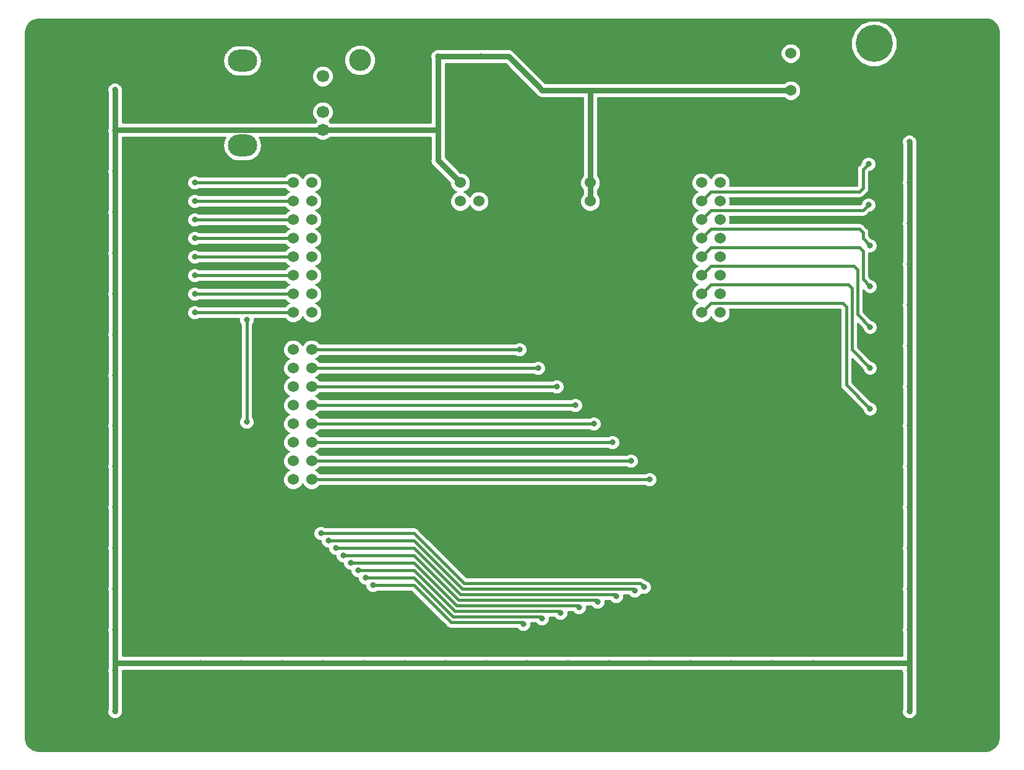
<source format=gbr>
G04 #@! TF.GenerationSoftware,KiCad,Pcbnew,(5.0.2)-1*
G04 #@! TF.CreationDate,2020-01-11T13:29:28-06:00*
G04 #@! TF.ProjectId,TM4C129 Breakout Tester,544d3443-3132-4392-9042-7265616b6f75,rev?*
G04 #@! TF.SameCoordinates,Original*
G04 #@! TF.FileFunction,Copper,L2,Bot*
G04 #@! TF.FilePolarity,Positive*
%FSLAX46Y46*%
G04 Gerber Fmt 4.6, Leading zero omitted, Abs format (unit mm)*
G04 Created by KiCad (PCBNEW (5.0.2)-1) date 1/11/2020 1:29:28 PM*
%MOMM*%
%LPD*%
G01*
G04 APERTURE LIST*
G04 #@! TA.AperFunction,ComponentPad*
%ADD10C,1.524000*%
G04 #@! TD*
G04 #@! TA.AperFunction,ComponentPad*
%ADD11C,5.080000*%
G04 #@! TD*
G04 #@! TA.AperFunction,ComponentPad*
%ADD12C,1.700000*%
G04 #@! TD*
G04 #@! TA.AperFunction,ComponentPad*
%ADD13O,4.000000X3.000000*%
G04 #@! TD*
G04 #@! TA.AperFunction,ComponentPad*
%ADD14C,3.000000*%
G04 #@! TD*
G04 #@! TA.AperFunction,ViaPad*
%ADD15C,0.800000*%
G04 #@! TD*
G04 #@! TA.AperFunction,Conductor*
%ADD16C,0.762000*%
G04 #@! TD*
G04 #@! TA.AperFunction,Conductor*
%ADD17C,0.381000*%
G04 #@! TD*
G04 #@! TA.AperFunction,Conductor*
%ADD18C,0.254000*%
G04 #@! TD*
G04 APERTURE END LIST*
D10*
G04 #@! TO.P,U2,PB2*
G04 #@! TO.N,SCL0*
X109728000Y-77724000D03*
G04 #@! TO.P,U2,GND*
G04 #@! TO.N,GND*
X109728000Y-75184000D03*
X127508000Y-77724000D03*
X127508000Y-75184000D03*
G04 #@! TO.P,U2,PB3*
G04 #@! TO.N,SDA0*
X107188000Y-77724000D03*
G04 #@! TO.P,U2,+3V3*
G04 #@! TO.N,+3V3*
X107188000Y-75184000D03*
X124968000Y-77724000D03*
G04 #@! TO.P,U2,PM7*
G04 #@! TO.N,T5B*
X142748000Y-92964000D03*
G04 #@! TO.P,U2,PM6*
G04 #@! TO.N,T5A*
X142748000Y-90424000D03*
G04 #@! TO.P,U2,PM5*
G04 #@! TO.N,T4B*
X142748000Y-87884000D03*
G04 #@! TO.P,U2,PM4*
G04 #@! TO.N,T4A*
X142748000Y-85344000D03*
G04 #@! TO.P,U2,PM3*
G04 #@! TO.N,T3B*
X142748000Y-82804000D03*
G04 #@! TO.P,U2,PM2*
G04 #@! TO.N,T3A*
X142748000Y-80264000D03*
G04 #@! TO.P,U2,PM1*
G04 #@! TO.N,T2B*
X142748000Y-77724000D03*
G04 #@! TO.P,U2,PM0*
G04 #@! TO.N,T2A*
X142748000Y-75184000D03*
G04 #@! TO.P,U2,PK5*
G04 #@! TO.N,PWM7*
X140208000Y-92964000D03*
G04 #@! TO.P,U2,PK4*
G04 #@! TO.N,PWM6*
X140208000Y-90424000D03*
G04 #@! TO.P,U2,PG1*
G04 #@! TO.N,PWM5*
X140208000Y-87884000D03*
G04 #@! TO.P,U2,PG0*
G04 #@! TO.N,PWM4*
X140208000Y-85344000D03*
G04 #@! TO.P,U2,PF3*
G04 #@! TO.N,PWM3*
X140208000Y-82804000D03*
G04 #@! TO.P,U2,PF2*
G04 #@! TO.N,PWM2*
X140208000Y-80264000D03*
G04 #@! TO.P,U2,PF1*
G04 #@! TO.N,PWM1*
X140208000Y-77724000D03*
G04 #@! TO.P,U2,+3V3*
G04 #@! TO.N,+3V3*
X124968000Y-75184000D03*
G04 #@! TO.P,U2,NC*
G04 #@! TO.N,Net-(U2-PadNC)*
X140208000Y-75184000D03*
G04 #@! TO.P,U2,PC5*
G04 #@! TO.N,Tx7*
X86868000Y-115824000D03*
G04 #@! TO.P,U2,PP1*
G04 #@! TO.N,Tx6*
X86868000Y-113284000D03*
G04 #@! TO.P,U2,PC7*
G04 #@! TO.N,Tx5*
X86868000Y-110744000D03*
G04 #@! TO.P,U2,PK1*
G04 #@! TO.N,Tx4*
X86868000Y-108204000D03*
G04 #@! TO.P,U2,PA5*
G04 #@! TO.N,Tx3*
X86868000Y-105664000D03*
G04 #@! TO.P,U2,PA7*
G04 #@! TO.N,Tx2*
X86868000Y-103124000D03*
G04 #@! TO.P,U2,PB1*
G04 #@! TO.N,Tx1*
X86868000Y-100584000D03*
G04 #@! TO.P,U2,PA1*
G04 #@! TO.N,Tx0*
X86868000Y-98044000D03*
G04 #@! TO.P,U2,PC4*
G04 #@! TO.N,Rx7*
X84328000Y-115824000D03*
G04 #@! TO.P,U2,PP0*
G04 #@! TO.N,Rx6*
X84328000Y-113284000D03*
G04 #@! TO.P,U2,PC6*
G04 #@! TO.N,Rx5*
X84328000Y-110744000D03*
G04 #@! TO.P,U2,PK0*
G04 #@! TO.N,Rx4*
X84328000Y-108204000D03*
G04 #@! TO.P,U2,PA4*
G04 #@! TO.N,Rx3*
X84328000Y-105664000D03*
G04 #@! TO.P,U2,PA6*
G04 #@! TO.N,Rx2*
X84328000Y-103124000D03*
G04 #@! TO.P,U2,PB0*
G04 #@! TO.N,Rx1*
X84328000Y-100584000D03*
G04 #@! TO.P,U2,PA0*
G04 #@! TO.N,Rx0*
X84328000Y-98044000D03*
G04 #@! TO.P,U2,PD0*
G04 #@! TO.N,A15*
X86868000Y-92964000D03*
G04 #@! TO.P,U2,PD1*
G04 #@! TO.N,A14*
X86868000Y-90424000D03*
G04 #@! TO.P,U2,PD2*
G04 #@! TO.N,A13*
X86868000Y-87884000D03*
G04 #@! TO.P,U2,PD3*
G04 #@! TO.N,A12*
X86868000Y-85344000D03*
G04 #@! TO.P,U2,PB5*
G04 #@! TO.N,A11*
X86868000Y-82804000D03*
G04 #@! TO.P,U2,PB4*
G04 #@! TO.N,A10*
X86868000Y-80264000D03*
G04 #@! TO.P,U2,PE4*
G04 #@! TO.N,A9*
X86868000Y-77724000D03*
G04 #@! TO.P,U2,PE5*
G04 #@! TO.N,A8*
X86868000Y-75184000D03*
G04 #@! TO.P,U2,PD4*
G04 #@! TO.N,A7*
X84328000Y-92964000D03*
G04 #@! TO.P,U2,PD5*
G04 #@! TO.N,A6*
X84328000Y-90424000D03*
G04 #@! TO.P,U2,PD6*
G04 #@! TO.N,A5*
X84328000Y-87884000D03*
G04 #@! TO.P,U2,PD7*
G04 #@! TO.N,A4*
X84328000Y-85344000D03*
G04 #@! TO.P,U2,PE0*
G04 #@! TO.N,A3*
X84328000Y-82804000D03*
G04 #@! TO.P,U2,PE1*
G04 #@! TO.N,A2*
X84328000Y-80264000D03*
G04 #@! TO.P,U2,PE2*
G04 #@! TO.N,A1*
X84328000Y-77724000D03*
G04 #@! TO.P,U2,PE3*
G04 #@! TO.N,A0*
X84328000Y-75184000D03*
G04 #@! TD*
D11*
G04 #@! TO.P,Conn1,2*
G04 #@! TO.N,Net-(C1-Pad1)*
X163830000Y-56134000D03*
G04 #@! TO.P,Conn1,1*
G04 #@! TO.N,GND*
X163830000Y-64008000D03*
G04 #@! TD*
D12*
G04 #@! TO.P,RV1,1*
G04 #@! TO.N,+3V3*
X88392000Y-67932000D03*
G04 #@! TO.P,RV1,2*
G04 #@! TO.N,Net-(RV1-Pad2)*
X88392000Y-65532000D03*
G04 #@! TO.P,RV1,3*
G04 #@! TO.N,GND*
X88392000Y-63032000D03*
G04 #@! TO.P,RV1,*
G04 #@! TO.N,*
X88392000Y-60632000D03*
D13*
X77392000Y-58482000D03*
X77392000Y-70082000D03*
G04 #@! TD*
D10*
G04 #@! TO.P,U1,1*
G04 #@! TO.N,Net-(C1-Pad1)*
X152436999Y-57479001D03*
G04 #@! TO.P,U1,2*
G04 #@! TO.N,GND*
X152436999Y-60019001D03*
G04 #@! TO.P,U1,3*
G04 #@! TO.N,+3V3*
X152436999Y-62559001D03*
G04 #@! TD*
D14*
G04 #@! TO.P,TP1,1*
G04 #@! TO.N,Net-(RV1-Pad2)*
X93472000Y-58420000D03*
G04 #@! TD*
G04 #@! TO.P,TP2,1*
G04 #@! TO.N,GND*
X158496000Y-64516000D03*
G04 #@! TD*
D15*
G04 #@! TO.N,+3V3*
X168656000Y-108458000D03*
X168656000Y-114046000D03*
X168656000Y-119634000D03*
X168656000Y-125222000D03*
X168656000Y-130810000D03*
X168656000Y-136398000D03*
X168656000Y-141986000D03*
X168656000Y-147574000D03*
X168656000Y-103124000D03*
X168656000Y-80772000D03*
X168656000Y-97536000D03*
X168656000Y-75184000D03*
X168656000Y-91948000D03*
X168656000Y-86360000D03*
X168656000Y-69596000D03*
X155448000Y-140970000D03*
X133096000Y-140970000D03*
X149860000Y-140970000D03*
X127508000Y-140970000D03*
X144272000Y-140970000D03*
X138684000Y-140970000D03*
X116332000Y-140970000D03*
X121920000Y-140970000D03*
X82804000Y-140970000D03*
X99568000Y-140970000D03*
X105156000Y-140970000D03*
X71628000Y-140970000D03*
X88392000Y-140970000D03*
X77216000Y-140970000D03*
X110744000Y-140970000D03*
X93980000Y-140970000D03*
X59944000Y-125222000D03*
X59944000Y-119634000D03*
X59944000Y-141986000D03*
X59944000Y-130810000D03*
X59944000Y-114046000D03*
X59944000Y-147574000D03*
X59944000Y-108458000D03*
X59944000Y-136398000D03*
X59944000Y-96012000D03*
X59944000Y-79248000D03*
X59944000Y-73660000D03*
X59944000Y-84836000D03*
X59944000Y-68072000D03*
X59944000Y-101600000D03*
X59944000Y-90424000D03*
X59944000Y-62484000D03*
X104140000Y-57912000D03*
X109982000Y-57912000D03*
G04 #@! TO.N,A0*
X70866000Y-75184000D03*
G04 #@! TO.N,Rx0*
X115824000Y-135636000D03*
X95250000Y-130302000D03*
G04 #@! TO.N,A1*
X70866000Y-77724000D03*
G04 #@! TO.N,Rx1*
X118364000Y-134874000D03*
X94234000Y-129286000D03*
G04 #@! TO.N,PWM1*
X163068000Y-72644000D03*
G04 #@! TO.N,A2*
X70866000Y-80264000D03*
G04 #@! TO.N,Rx2*
X120904000Y-134112000D03*
X93218000Y-128270000D03*
G04 #@! TO.N,PWM2*
X163068000Y-78232000D03*
G04 #@! TO.N,A3*
X70866000Y-82804000D03*
G04 #@! TO.N,Rx3*
X123444000Y-133350000D03*
X92202000Y-127254000D03*
G04 #@! TO.N,PWM3*
X163278000Y-83796000D03*
G04 #@! TO.N,A4*
X70866000Y-85344000D03*
G04 #@! TO.N,Rx4*
X125984000Y-132588000D03*
X91186000Y-126238000D03*
G04 #@! TO.N,PWM4*
X163278000Y-89384000D03*
G04 #@! TO.N,A5*
X70866000Y-87884000D03*
G04 #@! TO.N,Rx5*
X128524000Y-131826000D03*
X90170000Y-125222000D03*
G04 #@! TO.N,PWM5*
X163278000Y-94972000D03*
G04 #@! TO.N,A6*
X70866000Y-90424000D03*
G04 #@! TO.N,Rx6*
X89154000Y-124206000D03*
X131064000Y-131064000D03*
G04 #@! TO.N,PWM6*
X163278000Y-100560000D03*
G04 #@! TO.N,A7*
X70866000Y-92964000D03*
G04 #@! TO.N,Rx7*
X88138000Y-123190000D03*
X132334000Y-130556000D03*
G04 #@! TO.N,PWM7*
X163278000Y-106148000D03*
G04 #@! TO.N,Tx0*
X115316000Y-98044000D03*
G04 #@! TO.N,Tx1*
X117856000Y-100584000D03*
G04 #@! TO.N,Tx2*
X120396000Y-103124000D03*
G04 #@! TO.N,Tx3*
X122936000Y-105664000D03*
G04 #@! TO.N,Tx4*
X125476000Y-108204000D03*
G04 #@! TO.N,Tx5*
X128016000Y-110744000D03*
G04 #@! TO.N,Tx6*
X130556000Y-113284000D03*
G04 #@! TO.N,Tx7*
X133096000Y-115824000D03*
G04 #@! TO.N,Net-(RV1-Pad2)*
X77978000Y-93980000D03*
X77978000Y-107950000D03*
G04 #@! TD*
D16*
G04 #@! TO.N,+3V3*
X155448000Y-140970000D02*
X116332000Y-140970000D01*
X110744000Y-140970000D02*
X71628000Y-140970000D01*
X59944000Y-101600000D02*
X59944000Y-62484000D01*
X59944000Y-102870000D02*
X59944000Y-108458000D01*
X168656000Y-69596000D02*
X168656000Y-103124000D01*
X116332000Y-140970000D02*
X110744000Y-140970000D01*
X59944000Y-102870000D02*
X59944000Y-101600000D01*
X60198000Y-140970000D02*
X59944000Y-140716000D01*
X71628000Y-140970000D02*
X60198000Y-140970000D01*
X59944000Y-147574000D02*
X59944000Y-140716000D01*
X59944000Y-140716000D02*
X59944000Y-108458000D01*
X168656000Y-103124000D02*
X168656000Y-109220000D01*
X168656000Y-109220000D02*
X168656000Y-108458000D01*
X155448000Y-140970000D02*
X168656000Y-140970000D01*
X168656000Y-147574000D02*
X168656000Y-140970000D01*
X168656000Y-140970000D02*
X168656000Y-109220000D01*
X60084000Y-67932000D02*
X59944000Y-68072000D01*
X88392000Y-67932000D02*
X60084000Y-67932000D01*
X104140000Y-57912000D02*
X109982000Y-57912000D01*
X109982000Y-57912000D02*
X113792000Y-57912000D01*
X104140000Y-72136000D02*
X107188000Y-75184000D01*
X104000000Y-67932000D02*
X88392000Y-67932000D01*
X104140000Y-68072000D02*
X104000000Y-67932000D01*
X104140000Y-68072000D02*
X104140000Y-72136000D01*
X104140000Y-57912000D02*
X104140000Y-68072000D01*
X124968000Y-77724000D02*
X124968000Y-75184000D01*
X124968000Y-75184000D02*
X124968000Y-62559001D01*
X121336999Y-62559001D02*
X124968000Y-62559001D01*
X118439001Y-62559001D02*
X117856000Y-61976000D01*
X125476000Y-62559001D02*
X118439001Y-62559001D01*
X113792000Y-57912000D02*
X117856000Y-61976000D01*
X125476000Y-62559001D02*
X152436999Y-62559001D01*
X124968000Y-62559001D02*
X125476000Y-62559001D01*
D17*
G04 #@! TO.N,A0*
X84328000Y-75184000D02*
X71374000Y-75184000D01*
X70866000Y-75184000D02*
X71374000Y-75184000D01*
G04 #@! TO.N,Rx0*
X115570000Y-135382000D02*
X115824000Y-135636000D01*
X105918000Y-135382000D02*
X115570000Y-135382000D01*
X95250000Y-130302000D02*
X100838000Y-130302000D01*
X100838000Y-130302000D02*
X105918000Y-135382000D01*
G04 #@! TO.N,A1*
X71374000Y-77724000D02*
X84328000Y-77724000D01*
X70866000Y-77724000D02*
X71374000Y-77724000D01*
G04 #@! TO.N,Rx1*
X118110000Y-134620000D02*
X118364000Y-134874000D01*
X106172000Y-134620000D02*
X118110000Y-134620000D01*
X100838000Y-129286000D02*
X101346000Y-129794000D01*
X98298000Y-129286000D02*
X100838000Y-129286000D01*
X101346000Y-129794000D02*
X106172000Y-134620000D01*
X101092000Y-129540000D02*
X101346000Y-129794000D01*
X94234000Y-129286000D02*
X98298000Y-129286000D01*
G04 #@! TO.N,PWM1*
X141478000Y-76454000D02*
X140208000Y-77724000D01*
X161798000Y-76454000D02*
X141478000Y-76454000D01*
X162306000Y-75946000D02*
X161798000Y-76454000D01*
X163068000Y-72644000D02*
X162306000Y-73406000D01*
X162306000Y-73406000D02*
X162306000Y-75946000D01*
G04 #@! TO.N,A2*
X71374000Y-80264000D02*
X70866000Y-80264000D01*
X84328000Y-80264000D02*
X71374000Y-80264000D01*
G04 #@! TO.N,Rx2*
X120904000Y-134112000D02*
X120650000Y-133858000D01*
X120650000Y-133858000D02*
X119888000Y-133858000D01*
X114808000Y-133858000D02*
X114554000Y-133858000D01*
X119888000Y-133858000D02*
X114808000Y-133858000D01*
X106426000Y-133858000D02*
X114808000Y-133858000D01*
X100838000Y-128270000D02*
X101346000Y-128778000D01*
X93218000Y-128270000D02*
X100838000Y-128270000D01*
X101092000Y-128524000D02*
X101346000Y-128778000D01*
X101346000Y-128778000D02*
X106426000Y-133858000D01*
G04 #@! TO.N,PWM2*
X141478000Y-78994000D02*
X140208000Y-80264000D01*
X163068000Y-78232000D02*
X162306000Y-78994000D01*
X162306000Y-78994000D02*
X141478000Y-78994000D01*
G04 #@! TO.N,A3*
X71374000Y-82804000D02*
X84328000Y-82804000D01*
X71374000Y-82804000D02*
X70866000Y-82804000D01*
G04 #@! TO.N,Rx3*
X123444000Y-133350000D02*
X123190000Y-133096000D01*
X123190000Y-133096000D02*
X106680000Y-133096000D01*
X95250000Y-127254000D02*
X92202000Y-127254000D01*
X100838000Y-127254000D02*
X101346000Y-127762000D01*
X95504000Y-127254000D02*
X100838000Y-127254000D01*
X101346000Y-127762000D02*
X101092000Y-127508000D01*
X106680000Y-133096000D02*
X101346000Y-127762000D01*
X95504000Y-127254000D02*
X95250000Y-127254000D01*
X95758000Y-127254000D02*
X95504000Y-127254000D01*
G04 #@! TO.N,PWM3*
X162306000Y-82824000D02*
X163278000Y-83796000D01*
X162306000Y-82042000D02*
X162306000Y-82824000D01*
X161798000Y-81534000D02*
X162306000Y-82042000D01*
X140208000Y-82804000D02*
X141478000Y-81534000D01*
X141478000Y-81534000D02*
X161798000Y-81534000D01*
G04 #@! TO.N,A4*
X84328000Y-85344000D02*
X71374000Y-85344000D01*
X71374000Y-85344000D02*
X70866000Y-85344000D01*
G04 #@! TO.N,Rx4*
X122428000Y-132334000D02*
X123444000Y-132334000D01*
X125730000Y-132334000D02*
X125984000Y-132588000D01*
X122428000Y-132334000D02*
X125730000Y-132334000D01*
X106934000Y-132334000D02*
X122428000Y-132334000D01*
X100838000Y-126238000D02*
X101346000Y-126746000D01*
X91186000Y-126238000D02*
X100838000Y-126238000D01*
X101092000Y-126492000D02*
X101346000Y-126746000D01*
X101346000Y-126746000D02*
X106934000Y-132334000D01*
G04 #@! TO.N,PWM4*
X162306000Y-88412000D02*
X163278000Y-89384000D01*
X162306000Y-84582000D02*
X162306000Y-88412000D01*
X161798000Y-84074000D02*
X162306000Y-84582000D01*
X140208000Y-85344000D02*
X141478000Y-84074000D01*
X141478000Y-84074000D02*
X144526000Y-84074000D01*
X144018000Y-84074000D02*
X144526000Y-84074000D01*
X144526000Y-84074000D02*
X161798000Y-84074000D01*
G04 #@! TO.N,A5*
X71374000Y-87884000D02*
X84328000Y-87884000D01*
X71374000Y-87884000D02*
X70866000Y-87884000D01*
G04 #@! TO.N,Rx5*
X128524000Y-131826000D02*
X128270000Y-131572000D01*
X128270000Y-131572000D02*
X124968000Y-131572000D01*
X115570000Y-131572000D02*
X114554000Y-131572000D01*
X124968000Y-131572000D02*
X115570000Y-131572000D01*
X115570000Y-131572000D02*
X107188000Y-131572000D01*
X100838000Y-125222000D02*
X101346000Y-125730000D01*
X90170000Y-125222000D02*
X100838000Y-125222000D01*
X107188000Y-131572000D02*
X101346000Y-125730000D01*
X101346000Y-125730000D02*
X101092000Y-125476000D01*
G04 #@! TO.N,PWM5*
X163278000Y-94972000D02*
X161544000Y-93238000D01*
X141478000Y-86614000D02*
X140208000Y-87884000D01*
X161036000Y-86614000D02*
X141478000Y-86614000D01*
X161544000Y-87122000D02*
X161036000Y-86614000D01*
X161544000Y-93238000D02*
X161544000Y-87122000D01*
G04 #@! TO.N,A6*
X71374000Y-90424000D02*
X84328000Y-90424000D01*
X71374000Y-90424000D02*
X70866000Y-90424000D01*
G04 #@! TO.N,Rx6*
X131064000Y-131064000D02*
X130810000Y-130810000D01*
X130810000Y-130810000D02*
X127254000Y-130810000D01*
X115316000Y-130810000D02*
X114554000Y-130810000D01*
X127254000Y-130810000D02*
X115316000Y-130810000D01*
X107442000Y-130810000D02*
X115316000Y-130810000D01*
X89154000Y-124206000D02*
X100838000Y-124206000D01*
X100838000Y-124206000D02*
X107442000Y-130810000D01*
G04 #@! TO.N,PWM6*
X160782000Y-98064000D02*
X163278000Y-100560000D01*
X160782000Y-89662000D02*
X160782000Y-98064000D01*
X160274000Y-89154000D02*
X160782000Y-89662000D01*
X140208000Y-90424000D02*
X141478000Y-89154000D01*
X141478000Y-89154000D02*
X144272000Y-89154000D01*
X144018000Y-89154000D02*
X144272000Y-89154000D01*
X144272000Y-89154000D02*
X160274000Y-89154000D01*
G04 #@! TO.N,A7*
X71374000Y-92964000D02*
X84328000Y-92964000D01*
X71374000Y-92964000D02*
X70866000Y-92964000D01*
G04 #@! TO.N,Rx7*
X132334000Y-130556000D02*
X131826000Y-130048000D01*
X110490000Y-130048000D02*
X107696000Y-130048000D01*
X110490000Y-130048000D02*
X110236000Y-130048000D01*
X131826000Y-130048000D02*
X110490000Y-130048000D01*
X100838000Y-123190000D02*
X101346000Y-123698000D01*
X88138000Y-123190000D02*
X100838000Y-123190000D01*
X107696000Y-130048000D02*
X101346000Y-123698000D01*
X101346000Y-123698000D02*
X101092000Y-123444000D01*
G04 #@! TO.N,PWM7*
X141478000Y-91694000D02*
X140208000Y-92964000D01*
X159512000Y-91694000D02*
X141478000Y-91694000D01*
X160020000Y-92202000D02*
X159512000Y-91694000D01*
X163278000Y-106148000D02*
X160020000Y-102890000D01*
X160020000Y-102890000D02*
X160020000Y-92202000D01*
G04 #@! TO.N,Tx0*
X86868000Y-98044000D02*
X93980000Y-98044000D01*
X115316000Y-98044000D02*
X93980000Y-98044000D01*
X93980000Y-98044000D02*
X92202000Y-98044000D01*
G04 #@! TO.N,Tx1*
X117856000Y-100584000D02*
X92202000Y-100584000D01*
X86868000Y-100584000D02*
X93218000Y-100584000D01*
G04 #@! TO.N,Tx2*
X120396000Y-103124000D02*
X119830315Y-103124000D01*
X86868000Y-103124000D02*
X92710000Y-103124000D01*
X119830315Y-103124000D02*
X92710000Y-103124000D01*
X92710000Y-103124000D02*
X92202000Y-103124000D01*
G04 #@! TO.N,Tx3*
X86868000Y-105664000D02*
X87945630Y-105664000D01*
X86868000Y-105664000D02*
X92964000Y-105664000D01*
X122936000Y-105664000D02*
X92964000Y-105664000D01*
X92964000Y-105664000D02*
X92202000Y-105664000D01*
G04 #@! TO.N,Tx4*
X125476000Y-108204000D02*
X124910315Y-108204000D01*
X86868000Y-108204000D02*
X92456000Y-108204000D01*
X124910315Y-108204000D02*
X92456000Y-108204000D01*
X92456000Y-108204000D02*
X92202000Y-108204000D01*
G04 #@! TO.N,Tx5*
X86868000Y-110744000D02*
X92964000Y-110744000D01*
X128016000Y-110744000D02*
X92964000Y-110744000D01*
X92964000Y-110744000D02*
X92202000Y-110744000D01*
G04 #@! TO.N,Tx6*
X86868000Y-113284000D02*
X94742000Y-113284000D01*
X130556000Y-113284000D02*
X94742000Y-113284000D01*
X94742000Y-113284000D02*
X92202000Y-113284000D01*
G04 #@! TO.N,Tx7*
X133096000Y-115824000D02*
X132530315Y-115824000D01*
X87945630Y-115824000D02*
X93726000Y-115824000D01*
X86868000Y-115824000D02*
X87945630Y-115824000D01*
X132530315Y-115824000D02*
X93726000Y-115824000D01*
X93726000Y-115824000D02*
X92202000Y-115824000D01*
G04 #@! TO.N,Net-(RV1-Pad2)*
X77978000Y-93980000D02*
X77978000Y-94742000D01*
X77978000Y-94742000D02*
X77978000Y-107950000D01*
G04 #@! TD*
D18*
G04 #@! TO.N,GND*
G36*
X179523698Y-52842958D02*
X179948893Y-53011305D01*
X180318858Y-53280101D01*
X180610356Y-53632462D01*
X180805067Y-54046244D01*
X180897093Y-54528662D01*
X180900000Y-54621164D01*
X180900001Y-151085326D01*
X180837042Y-151583699D01*
X180668697Y-152008889D01*
X180399899Y-152378859D01*
X180047541Y-152670355D01*
X179633756Y-152865067D01*
X179151339Y-152957093D01*
X179058836Y-152960000D01*
X49574667Y-152960000D01*
X49076301Y-152897042D01*
X48651111Y-152728697D01*
X48281141Y-152459899D01*
X47989645Y-152107541D01*
X47794933Y-151693756D01*
X47702907Y-151211339D01*
X47700000Y-151118836D01*
X47700000Y-68072000D01*
X58908096Y-68072000D01*
X58909000Y-68076545D01*
X58909000Y-68277874D01*
X58928001Y-68323746D01*
X58928001Y-73408254D01*
X58909000Y-73454126D01*
X58909000Y-73865874D01*
X58928001Y-73911746D01*
X58928001Y-78996254D01*
X58909000Y-79042126D01*
X58909000Y-79453874D01*
X58928001Y-79499746D01*
X58928000Y-84584255D01*
X58909000Y-84630126D01*
X58909000Y-85041874D01*
X58928000Y-85087745D01*
X58928000Y-90172255D01*
X58909000Y-90218126D01*
X58909000Y-90629874D01*
X58928000Y-90675745D01*
X58928000Y-95760255D01*
X58909000Y-95806126D01*
X58909000Y-96217874D01*
X58928000Y-96263744D01*
X58928000Y-101348256D01*
X58909000Y-101394126D01*
X58909000Y-101805874D01*
X58928001Y-101851746D01*
X58928000Y-102769935D01*
X58928000Y-102769936D01*
X58928001Y-108206254D01*
X58909000Y-108252126D01*
X58909000Y-108663874D01*
X58928001Y-108709747D01*
X58928001Y-113794254D01*
X58909000Y-113840126D01*
X58909000Y-114251874D01*
X58928001Y-114297746D01*
X58928001Y-119382254D01*
X58909000Y-119428126D01*
X58909000Y-119839874D01*
X58928001Y-119885746D01*
X58928000Y-124970255D01*
X58909000Y-125016126D01*
X58909000Y-125427874D01*
X58928000Y-125473745D01*
X58928000Y-130558255D01*
X58909000Y-130604126D01*
X58909000Y-131015874D01*
X58928000Y-131061745D01*
X58928000Y-136146256D01*
X58909000Y-136192126D01*
X58909000Y-136603874D01*
X58928000Y-136649744D01*
X58928000Y-140615935D01*
X58908096Y-140716000D01*
X58928000Y-140816063D01*
X58928000Y-140816064D01*
X58928001Y-140816069D01*
X58928001Y-141734254D01*
X58909000Y-141780126D01*
X58909000Y-142191874D01*
X58928001Y-142237746D01*
X58928000Y-147322256D01*
X58909000Y-147368126D01*
X58909000Y-147779874D01*
X58986045Y-147965878D01*
X58986949Y-147970422D01*
X58989523Y-147974275D01*
X59066569Y-148160280D01*
X59208930Y-148302641D01*
X59211505Y-148306495D01*
X59215359Y-148309070D01*
X59357720Y-148451431D01*
X59543723Y-148528476D01*
X59547577Y-148531051D01*
X59552123Y-148531955D01*
X59738126Y-148609000D01*
X59939455Y-148609000D01*
X59944000Y-148609904D01*
X59948545Y-148609000D01*
X60149874Y-148609000D01*
X60335878Y-148531955D01*
X60340422Y-148531051D01*
X60344275Y-148528477D01*
X60530280Y-148451431D01*
X60672641Y-148309070D01*
X60676495Y-148306495D01*
X60679070Y-148302641D01*
X60821431Y-148160280D01*
X60898476Y-147974277D01*
X60901051Y-147970423D01*
X60901955Y-147965877D01*
X60979000Y-147779874D01*
X60979000Y-147368126D01*
X60960000Y-147322256D01*
X60960000Y-142237744D01*
X60979000Y-142191874D01*
X60979000Y-141986000D01*
X71376256Y-141986000D01*
X71422126Y-142005000D01*
X71833874Y-142005000D01*
X71879744Y-141986000D01*
X76964256Y-141986000D01*
X77010126Y-142005000D01*
X77421874Y-142005000D01*
X77467744Y-141986000D01*
X82552256Y-141986000D01*
X82598126Y-142005000D01*
X83009874Y-142005000D01*
X83055744Y-141986000D01*
X88140256Y-141986000D01*
X88186126Y-142005000D01*
X88597874Y-142005000D01*
X88643744Y-141986000D01*
X93728256Y-141986000D01*
X93774126Y-142005000D01*
X94185874Y-142005000D01*
X94231744Y-141986000D01*
X99316256Y-141986000D01*
X99362126Y-142005000D01*
X99773874Y-142005000D01*
X99819744Y-141986000D01*
X104904256Y-141986000D01*
X104950126Y-142005000D01*
X105361874Y-142005000D01*
X105407744Y-141986000D01*
X110492256Y-141986000D01*
X110538126Y-142005000D01*
X110949874Y-142005000D01*
X110995744Y-141986000D01*
X116080256Y-141986000D01*
X116126126Y-142005000D01*
X116537874Y-142005000D01*
X116583744Y-141986000D01*
X121668256Y-141986000D01*
X121714126Y-142005000D01*
X122125874Y-142005000D01*
X122171744Y-141986000D01*
X127256256Y-141986000D01*
X127302126Y-142005000D01*
X127713874Y-142005000D01*
X127759744Y-141986000D01*
X132844256Y-141986000D01*
X132890126Y-142005000D01*
X133301874Y-142005000D01*
X133347744Y-141986000D01*
X138432256Y-141986000D01*
X138478126Y-142005000D01*
X138889874Y-142005000D01*
X138935744Y-141986000D01*
X144020256Y-141986000D01*
X144066126Y-142005000D01*
X144477874Y-142005000D01*
X144523744Y-141986000D01*
X149608256Y-141986000D01*
X149654126Y-142005000D01*
X150065874Y-142005000D01*
X150111744Y-141986000D01*
X155196256Y-141986000D01*
X155242126Y-142005000D01*
X155653874Y-142005000D01*
X155699744Y-141986000D01*
X167621000Y-141986000D01*
X167621000Y-142191874D01*
X167640001Y-142237746D01*
X167640000Y-147322256D01*
X167621000Y-147368126D01*
X167621000Y-147779874D01*
X167698045Y-147965878D01*
X167698949Y-147970422D01*
X167701523Y-147974275D01*
X167778569Y-148160280D01*
X167920930Y-148302641D01*
X167923505Y-148306495D01*
X167927359Y-148309070D01*
X168069720Y-148451431D01*
X168255723Y-148528476D01*
X168259577Y-148531051D01*
X168264123Y-148531955D01*
X168450126Y-148609000D01*
X168651455Y-148609000D01*
X168656000Y-148609904D01*
X168660545Y-148609000D01*
X168861874Y-148609000D01*
X169047878Y-148531955D01*
X169052422Y-148531051D01*
X169056275Y-148528477D01*
X169242280Y-148451431D01*
X169384641Y-148309070D01*
X169388495Y-148306495D01*
X169391070Y-148302641D01*
X169533431Y-148160280D01*
X169610476Y-147974277D01*
X169613051Y-147970423D01*
X169613955Y-147965877D01*
X169691000Y-147779874D01*
X169691000Y-147368126D01*
X169672000Y-147322256D01*
X169672000Y-142237744D01*
X169691000Y-142191874D01*
X169691000Y-141780126D01*
X169672000Y-141734256D01*
X169672000Y-141070064D01*
X169691904Y-140970000D01*
X169672000Y-140869935D01*
X169672000Y-136649744D01*
X169691000Y-136603874D01*
X169691000Y-136192126D01*
X169672000Y-136146256D01*
X169672000Y-131061744D01*
X169691000Y-131015874D01*
X169691000Y-130604126D01*
X169672000Y-130558256D01*
X169672000Y-125473744D01*
X169691000Y-125427874D01*
X169691000Y-125016126D01*
X169672000Y-124970256D01*
X169672000Y-119885744D01*
X169691000Y-119839874D01*
X169691000Y-119428126D01*
X169672000Y-119382256D01*
X169672000Y-114297744D01*
X169691000Y-114251874D01*
X169691000Y-113840126D01*
X169672000Y-113794256D01*
X169672000Y-108709744D01*
X169691000Y-108663874D01*
X169691000Y-108252126D01*
X169672000Y-108206256D01*
X169672000Y-103375744D01*
X169691000Y-103329874D01*
X169691000Y-102918126D01*
X169672000Y-102872256D01*
X169672000Y-97787744D01*
X169691000Y-97741874D01*
X169691000Y-97330126D01*
X169672000Y-97284256D01*
X169672000Y-92199744D01*
X169691000Y-92153874D01*
X169691000Y-91742126D01*
X169672000Y-91696256D01*
X169672000Y-86611744D01*
X169691000Y-86565874D01*
X169691000Y-86154126D01*
X169672000Y-86108256D01*
X169672000Y-81023744D01*
X169691000Y-80977874D01*
X169691000Y-80566126D01*
X169672000Y-80520256D01*
X169672000Y-75435744D01*
X169691000Y-75389874D01*
X169691000Y-74978126D01*
X169672000Y-74932256D01*
X169672000Y-69847744D01*
X169691000Y-69801874D01*
X169691000Y-69390126D01*
X169613955Y-69204123D01*
X169613051Y-69199577D01*
X169610476Y-69195723D01*
X169533431Y-69009720D01*
X169391070Y-68867359D01*
X169388495Y-68863505D01*
X169384641Y-68860930D01*
X169242280Y-68718569D01*
X169056275Y-68641523D01*
X169052422Y-68638949D01*
X169047878Y-68638045D01*
X168861874Y-68561000D01*
X168660545Y-68561000D01*
X168656000Y-68560096D01*
X168651455Y-68561000D01*
X168450126Y-68561000D01*
X168264123Y-68638045D01*
X168259577Y-68638949D01*
X168255723Y-68641524D01*
X168069720Y-68718569D01*
X167927359Y-68860930D01*
X167923505Y-68863505D01*
X167920930Y-68867359D01*
X167778569Y-69009720D01*
X167701523Y-69195725D01*
X167698949Y-69199578D01*
X167698045Y-69204122D01*
X167621000Y-69390126D01*
X167621000Y-69801874D01*
X167640000Y-69847744D01*
X167640000Y-74932255D01*
X167621000Y-74978126D01*
X167621000Y-75389874D01*
X167640000Y-75435745D01*
X167640000Y-80520255D01*
X167621000Y-80566126D01*
X167621000Y-80977874D01*
X167640000Y-81023745D01*
X167640000Y-86108255D01*
X167621000Y-86154126D01*
X167621000Y-86565874D01*
X167640001Y-86611745D01*
X167640001Y-91696254D01*
X167621000Y-91742126D01*
X167621000Y-92153874D01*
X167640001Y-92199746D01*
X167640001Y-97284254D01*
X167621000Y-97330126D01*
X167621000Y-97741874D01*
X167640001Y-97787746D01*
X167640001Y-102872253D01*
X167621000Y-102918126D01*
X167621000Y-103329874D01*
X167640000Y-103375744D01*
X167640001Y-108206254D01*
X167621000Y-108252126D01*
X167621000Y-108663874D01*
X167640000Y-108709744D01*
X167640000Y-109320064D01*
X167640001Y-109320069D01*
X167640001Y-113794254D01*
X167621000Y-113840126D01*
X167621000Y-114251874D01*
X167640001Y-114297746D01*
X167640001Y-119382254D01*
X167621000Y-119428126D01*
X167621000Y-119839874D01*
X167640001Y-119885746D01*
X167640001Y-124970255D01*
X167621000Y-125016126D01*
X167621000Y-125427874D01*
X167640000Y-125473745D01*
X167640000Y-130558255D01*
X167621000Y-130604126D01*
X167621000Y-131015874D01*
X167640000Y-131061745D01*
X167640000Y-136146255D01*
X167621000Y-136192126D01*
X167621000Y-136603874D01*
X167640000Y-136649744D01*
X167640000Y-139954000D01*
X155699744Y-139954000D01*
X155653874Y-139935000D01*
X155242126Y-139935000D01*
X155196256Y-139954000D01*
X150111744Y-139954000D01*
X150065874Y-139935000D01*
X149654126Y-139935000D01*
X149608256Y-139954000D01*
X144523744Y-139954000D01*
X144477874Y-139935000D01*
X144066126Y-139935000D01*
X144020256Y-139954000D01*
X138935744Y-139954000D01*
X138889874Y-139935000D01*
X138478126Y-139935000D01*
X138432256Y-139954000D01*
X133347744Y-139954000D01*
X133301874Y-139935000D01*
X132890126Y-139935000D01*
X132844256Y-139954000D01*
X127759744Y-139954000D01*
X127713874Y-139935000D01*
X127302126Y-139935000D01*
X127256256Y-139954000D01*
X122171744Y-139954000D01*
X122125874Y-139935000D01*
X121714126Y-139935000D01*
X121668256Y-139954000D01*
X116583744Y-139954000D01*
X116537874Y-139935000D01*
X116126126Y-139935000D01*
X116080256Y-139954000D01*
X110995744Y-139954000D01*
X110949874Y-139935000D01*
X110538126Y-139935000D01*
X110492256Y-139954000D01*
X105407744Y-139954000D01*
X105361874Y-139935000D01*
X104950126Y-139935000D01*
X104904256Y-139954000D01*
X99819744Y-139954000D01*
X99773874Y-139935000D01*
X99362126Y-139935000D01*
X99316256Y-139954000D01*
X94231744Y-139954000D01*
X94185874Y-139935000D01*
X93774126Y-139935000D01*
X93728256Y-139954000D01*
X88643744Y-139954000D01*
X88597874Y-139935000D01*
X88186126Y-139935000D01*
X88140256Y-139954000D01*
X83055744Y-139954000D01*
X83009874Y-139935000D01*
X82598126Y-139935000D01*
X82552256Y-139954000D01*
X77467744Y-139954000D01*
X77421874Y-139935000D01*
X77010126Y-139935000D01*
X76964256Y-139954000D01*
X71879744Y-139954000D01*
X71833874Y-139935000D01*
X71422126Y-139935000D01*
X71376256Y-139954000D01*
X60960000Y-139954000D01*
X60960000Y-136649744D01*
X60979000Y-136603874D01*
X60979000Y-136192126D01*
X60960000Y-136146256D01*
X60960000Y-131061744D01*
X60979000Y-131015874D01*
X60979000Y-130604126D01*
X60960000Y-130558256D01*
X60960000Y-125473744D01*
X60979000Y-125427874D01*
X60979000Y-125016126D01*
X60960000Y-124970256D01*
X60960000Y-122984126D01*
X87103000Y-122984126D01*
X87103000Y-123395874D01*
X87260569Y-123776280D01*
X87551720Y-124067431D01*
X87932126Y-124225000D01*
X88119000Y-124225000D01*
X88119000Y-124411874D01*
X88276569Y-124792280D01*
X88567720Y-125083431D01*
X88948126Y-125241000D01*
X89135000Y-125241000D01*
X89135000Y-125427874D01*
X89292569Y-125808280D01*
X89583720Y-126099431D01*
X89964126Y-126257000D01*
X90151000Y-126257000D01*
X90151000Y-126443874D01*
X90308569Y-126824280D01*
X90599720Y-127115431D01*
X90980126Y-127273000D01*
X91167000Y-127273000D01*
X91167000Y-127459874D01*
X91324569Y-127840280D01*
X91615720Y-128131431D01*
X91996126Y-128289000D01*
X92183000Y-128289000D01*
X92183000Y-128475874D01*
X92340569Y-128856280D01*
X92631720Y-129147431D01*
X93012126Y-129305000D01*
X93199000Y-129305000D01*
X93199000Y-129491874D01*
X93356569Y-129872280D01*
X93647720Y-130163431D01*
X94028126Y-130321000D01*
X94215000Y-130321000D01*
X94215000Y-130507874D01*
X94372569Y-130888280D01*
X94663720Y-131179431D01*
X95044126Y-131337000D01*
X95455874Y-131337000D01*
X95836280Y-131179431D01*
X95888211Y-131127500D01*
X100496068Y-131127500D01*
X105276793Y-135908226D01*
X105322848Y-135977152D01*
X105595906Y-136159604D01*
X105836697Y-136207500D01*
X105836698Y-136207500D01*
X105918000Y-136223672D01*
X105999301Y-136207500D01*
X114940447Y-136207500D01*
X114946569Y-136222280D01*
X115237720Y-136513431D01*
X115618126Y-136671000D01*
X116029874Y-136671000D01*
X116410280Y-136513431D01*
X116701431Y-136222280D01*
X116859000Y-135841874D01*
X116859000Y-135445500D01*
X117480447Y-135445500D01*
X117486569Y-135460280D01*
X117777720Y-135751431D01*
X118158126Y-135909000D01*
X118569874Y-135909000D01*
X118950280Y-135751431D01*
X119241431Y-135460280D01*
X119399000Y-135079874D01*
X119399000Y-134683500D01*
X120020447Y-134683500D01*
X120026569Y-134698280D01*
X120317720Y-134989431D01*
X120698126Y-135147000D01*
X121109874Y-135147000D01*
X121490280Y-134989431D01*
X121781431Y-134698280D01*
X121939000Y-134317874D01*
X121939000Y-133921500D01*
X122560447Y-133921500D01*
X122566569Y-133936280D01*
X122857720Y-134227431D01*
X123238126Y-134385000D01*
X123649874Y-134385000D01*
X124030280Y-134227431D01*
X124321431Y-133936280D01*
X124479000Y-133555874D01*
X124479000Y-133159500D01*
X125100447Y-133159500D01*
X125106569Y-133174280D01*
X125397720Y-133465431D01*
X125778126Y-133623000D01*
X126189874Y-133623000D01*
X126570280Y-133465431D01*
X126861431Y-133174280D01*
X127019000Y-132793874D01*
X127019000Y-132397500D01*
X127640447Y-132397500D01*
X127646569Y-132412280D01*
X127937720Y-132703431D01*
X128318126Y-132861000D01*
X128729874Y-132861000D01*
X129110280Y-132703431D01*
X129401431Y-132412280D01*
X129559000Y-132031874D01*
X129559000Y-131635500D01*
X130180447Y-131635500D01*
X130186569Y-131650280D01*
X130477720Y-131941431D01*
X130858126Y-132099000D01*
X131269874Y-132099000D01*
X131650280Y-131941431D01*
X131941431Y-131650280D01*
X131989730Y-131533675D01*
X132128126Y-131591000D01*
X132539874Y-131591000D01*
X132920280Y-131433431D01*
X133211431Y-131142280D01*
X133369000Y-130761874D01*
X133369000Y-130350126D01*
X133211431Y-129969720D01*
X132920280Y-129678569D01*
X132539874Y-129521000D01*
X132466690Y-129521000D01*
X132421152Y-129452848D01*
X132148094Y-129270396D01*
X131907303Y-129222500D01*
X131907301Y-129222500D01*
X131826000Y-129206328D01*
X131744699Y-129222500D01*
X108037933Y-129222500D01*
X101987208Y-123171776D01*
X101987206Y-123171773D01*
X101479209Y-122663776D01*
X101433152Y-122594848D01*
X101160094Y-122412396D01*
X100919303Y-122364500D01*
X100919301Y-122364500D01*
X100838000Y-122348328D01*
X100756699Y-122364500D01*
X88776211Y-122364500D01*
X88724280Y-122312569D01*
X88343874Y-122155000D01*
X87932126Y-122155000D01*
X87551720Y-122312569D01*
X87260569Y-122603720D01*
X87103000Y-122984126D01*
X60960000Y-122984126D01*
X60960000Y-119885744D01*
X60979000Y-119839874D01*
X60979000Y-119428126D01*
X60960000Y-119382256D01*
X60960000Y-114297744D01*
X60979000Y-114251874D01*
X60979000Y-113840126D01*
X60960000Y-113794256D01*
X60960000Y-108709744D01*
X60979000Y-108663874D01*
X60979000Y-108252126D01*
X60960000Y-108206256D01*
X60960000Y-101851744D01*
X60979000Y-101805874D01*
X60979000Y-101394126D01*
X60960000Y-101348256D01*
X60960000Y-96263744D01*
X60979000Y-96217874D01*
X60979000Y-95806126D01*
X60960000Y-95760256D01*
X60960000Y-90675744D01*
X60979000Y-90629874D01*
X60979000Y-90218126D01*
X60960000Y-90172256D01*
X60960000Y-85087744D01*
X60979000Y-85041874D01*
X60979000Y-84630126D01*
X60960000Y-84584256D01*
X60960000Y-79499744D01*
X60979000Y-79453874D01*
X60979000Y-79042126D01*
X60960000Y-78996256D01*
X60960000Y-74978126D01*
X69831000Y-74978126D01*
X69831000Y-75389874D01*
X69988569Y-75770280D01*
X70279720Y-76061431D01*
X70660126Y-76219000D01*
X71071874Y-76219000D01*
X71452280Y-76061431D01*
X71504211Y-76009500D01*
X83177843Y-76009500D01*
X83536663Y-76368320D01*
X83743513Y-76454000D01*
X83536663Y-76539680D01*
X83177843Y-76898500D01*
X71504211Y-76898500D01*
X71452280Y-76846569D01*
X71071874Y-76689000D01*
X70660126Y-76689000D01*
X70279720Y-76846569D01*
X69988569Y-77137720D01*
X69831000Y-77518126D01*
X69831000Y-77929874D01*
X69988569Y-78310280D01*
X70279720Y-78601431D01*
X70660126Y-78759000D01*
X71071874Y-78759000D01*
X71452280Y-78601431D01*
X71504211Y-78549500D01*
X83177843Y-78549500D01*
X83536663Y-78908320D01*
X83743513Y-78994000D01*
X83536663Y-79079680D01*
X83177843Y-79438500D01*
X71504211Y-79438500D01*
X71452280Y-79386569D01*
X71071874Y-79229000D01*
X70660126Y-79229000D01*
X70279720Y-79386569D01*
X69988569Y-79677720D01*
X69831000Y-80058126D01*
X69831000Y-80469874D01*
X69988569Y-80850280D01*
X70279720Y-81141431D01*
X70660126Y-81299000D01*
X71071874Y-81299000D01*
X71452280Y-81141431D01*
X71504211Y-81089500D01*
X83177843Y-81089500D01*
X83536663Y-81448320D01*
X83743513Y-81534000D01*
X83536663Y-81619680D01*
X83177843Y-81978500D01*
X71504211Y-81978500D01*
X71452280Y-81926569D01*
X71071874Y-81769000D01*
X70660126Y-81769000D01*
X70279720Y-81926569D01*
X69988569Y-82217720D01*
X69831000Y-82598126D01*
X69831000Y-83009874D01*
X69988569Y-83390280D01*
X70279720Y-83681431D01*
X70660126Y-83839000D01*
X71071874Y-83839000D01*
X71452280Y-83681431D01*
X71504211Y-83629500D01*
X83177843Y-83629500D01*
X83536663Y-83988320D01*
X83743513Y-84074000D01*
X83536663Y-84159680D01*
X83177843Y-84518500D01*
X71504211Y-84518500D01*
X71452280Y-84466569D01*
X71071874Y-84309000D01*
X70660126Y-84309000D01*
X70279720Y-84466569D01*
X69988569Y-84757720D01*
X69831000Y-85138126D01*
X69831000Y-85549874D01*
X69988569Y-85930280D01*
X70279720Y-86221431D01*
X70660126Y-86379000D01*
X71071874Y-86379000D01*
X71452280Y-86221431D01*
X71504211Y-86169500D01*
X83177843Y-86169500D01*
X83536663Y-86528320D01*
X83743513Y-86614000D01*
X83536663Y-86699680D01*
X83177843Y-87058500D01*
X71504211Y-87058500D01*
X71452280Y-87006569D01*
X71071874Y-86849000D01*
X70660126Y-86849000D01*
X70279720Y-87006569D01*
X69988569Y-87297720D01*
X69831000Y-87678126D01*
X69831000Y-88089874D01*
X69988569Y-88470280D01*
X70279720Y-88761431D01*
X70660126Y-88919000D01*
X71071874Y-88919000D01*
X71452280Y-88761431D01*
X71504211Y-88709500D01*
X83177843Y-88709500D01*
X83536663Y-89068320D01*
X83743513Y-89154000D01*
X83536663Y-89239680D01*
X83177843Y-89598500D01*
X71504211Y-89598500D01*
X71452280Y-89546569D01*
X71071874Y-89389000D01*
X70660126Y-89389000D01*
X70279720Y-89546569D01*
X69988569Y-89837720D01*
X69831000Y-90218126D01*
X69831000Y-90629874D01*
X69988569Y-91010280D01*
X70279720Y-91301431D01*
X70660126Y-91459000D01*
X71071874Y-91459000D01*
X71452280Y-91301431D01*
X71504211Y-91249500D01*
X83177843Y-91249500D01*
X83536663Y-91608320D01*
X83743513Y-91694000D01*
X83536663Y-91779680D01*
X83177843Y-92138500D01*
X71504211Y-92138500D01*
X71452280Y-92086569D01*
X71071874Y-91929000D01*
X70660126Y-91929000D01*
X70279720Y-92086569D01*
X69988569Y-92377720D01*
X69831000Y-92758126D01*
X69831000Y-93169874D01*
X69988569Y-93550280D01*
X70279720Y-93841431D01*
X70660126Y-93999000D01*
X71071874Y-93999000D01*
X71452280Y-93841431D01*
X71504211Y-93789500D01*
X76943000Y-93789500D01*
X76943000Y-94185874D01*
X77100569Y-94566280D01*
X77152500Y-94618211D01*
X77152500Y-94660698D01*
X77152501Y-107311788D01*
X77100569Y-107363720D01*
X76943000Y-107744126D01*
X76943000Y-108155874D01*
X77100569Y-108536280D01*
X77391720Y-108827431D01*
X77772126Y-108985000D01*
X78183874Y-108985000D01*
X78564280Y-108827431D01*
X78855431Y-108536280D01*
X79013000Y-108155874D01*
X79013000Y-107744126D01*
X78855431Y-107363720D01*
X78803500Y-107311789D01*
X78803500Y-97766119D01*
X82931000Y-97766119D01*
X82931000Y-98321881D01*
X83143680Y-98835337D01*
X83536663Y-99228320D01*
X83743513Y-99314000D01*
X83536663Y-99399680D01*
X83143680Y-99792663D01*
X82931000Y-100306119D01*
X82931000Y-100861881D01*
X83143680Y-101375337D01*
X83536663Y-101768320D01*
X83743513Y-101854000D01*
X83536663Y-101939680D01*
X83143680Y-102332663D01*
X82931000Y-102846119D01*
X82931000Y-103401881D01*
X83143680Y-103915337D01*
X83536663Y-104308320D01*
X83743513Y-104394000D01*
X83536663Y-104479680D01*
X83143680Y-104872663D01*
X82931000Y-105386119D01*
X82931000Y-105941881D01*
X83143680Y-106455337D01*
X83536663Y-106848320D01*
X83743513Y-106934000D01*
X83536663Y-107019680D01*
X83143680Y-107412663D01*
X82931000Y-107926119D01*
X82931000Y-108481881D01*
X83143680Y-108995337D01*
X83536663Y-109388320D01*
X83743513Y-109474000D01*
X83536663Y-109559680D01*
X83143680Y-109952663D01*
X82931000Y-110466119D01*
X82931000Y-111021881D01*
X83143680Y-111535337D01*
X83536663Y-111928320D01*
X83743513Y-112014000D01*
X83536663Y-112099680D01*
X83143680Y-112492663D01*
X82931000Y-113006119D01*
X82931000Y-113561881D01*
X83143680Y-114075337D01*
X83536663Y-114468320D01*
X83743513Y-114554000D01*
X83536663Y-114639680D01*
X83143680Y-115032663D01*
X82931000Y-115546119D01*
X82931000Y-116101881D01*
X83143680Y-116615337D01*
X83536663Y-117008320D01*
X84050119Y-117221000D01*
X84605881Y-117221000D01*
X85119337Y-117008320D01*
X85512320Y-116615337D01*
X85598000Y-116408487D01*
X85683680Y-116615337D01*
X86076663Y-117008320D01*
X86590119Y-117221000D01*
X87145881Y-117221000D01*
X87659337Y-117008320D01*
X88018157Y-116649500D01*
X132457789Y-116649500D01*
X132509720Y-116701431D01*
X132890126Y-116859000D01*
X133301874Y-116859000D01*
X133682280Y-116701431D01*
X133973431Y-116410280D01*
X134131000Y-116029874D01*
X134131000Y-115618126D01*
X133973431Y-115237720D01*
X133682280Y-114946569D01*
X133301874Y-114789000D01*
X132890126Y-114789000D01*
X132509720Y-114946569D01*
X132457789Y-114998500D01*
X88018157Y-114998500D01*
X87659337Y-114639680D01*
X87452487Y-114554000D01*
X87659337Y-114468320D01*
X88018157Y-114109500D01*
X129917789Y-114109500D01*
X129969720Y-114161431D01*
X130350126Y-114319000D01*
X130761874Y-114319000D01*
X131142280Y-114161431D01*
X131433431Y-113870280D01*
X131591000Y-113489874D01*
X131591000Y-113078126D01*
X131433431Y-112697720D01*
X131142280Y-112406569D01*
X130761874Y-112249000D01*
X130350126Y-112249000D01*
X129969720Y-112406569D01*
X129917789Y-112458500D01*
X88018157Y-112458500D01*
X87659337Y-112099680D01*
X87452487Y-112014000D01*
X87659337Y-111928320D01*
X88018157Y-111569500D01*
X127377789Y-111569500D01*
X127429720Y-111621431D01*
X127810126Y-111779000D01*
X128221874Y-111779000D01*
X128602280Y-111621431D01*
X128893431Y-111330280D01*
X129051000Y-110949874D01*
X129051000Y-110538126D01*
X128893431Y-110157720D01*
X128602280Y-109866569D01*
X128221874Y-109709000D01*
X127810126Y-109709000D01*
X127429720Y-109866569D01*
X127377789Y-109918500D01*
X88018157Y-109918500D01*
X87659337Y-109559680D01*
X87452487Y-109474000D01*
X87659337Y-109388320D01*
X88018157Y-109029500D01*
X124837789Y-109029500D01*
X124889720Y-109081431D01*
X125270126Y-109239000D01*
X125681874Y-109239000D01*
X126062280Y-109081431D01*
X126353431Y-108790280D01*
X126511000Y-108409874D01*
X126511000Y-107998126D01*
X126353431Y-107617720D01*
X126062280Y-107326569D01*
X125681874Y-107169000D01*
X125270126Y-107169000D01*
X124889720Y-107326569D01*
X124837789Y-107378500D01*
X88018157Y-107378500D01*
X87659337Y-107019680D01*
X87452487Y-106934000D01*
X87659337Y-106848320D01*
X88018157Y-106489500D01*
X122297789Y-106489500D01*
X122349720Y-106541431D01*
X122730126Y-106699000D01*
X123141874Y-106699000D01*
X123522280Y-106541431D01*
X123813431Y-106250280D01*
X123971000Y-105869874D01*
X123971000Y-105458126D01*
X123813431Y-105077720D01*
X123522280Y-104786569D01*
X123141874Y-104629000D01*
X122730126Y-104629000D01*
X122349720Y-104786569D01*
X122297789Y-104838500D01*
X88018157Y-104838500D01*
X87659337Y-104479680D01*
X87452487Y-104394000D01*
X87659337Y-104308320D01*
X88018157Y-103949500D01*
X119757789Y-103949500D01*
X119809720Y-104001431D01*
X120190126Y-104159000D01*
X120601874Y-104159000D01*
X120982280Y-104001431D01*
X121273431Y-103710280D01*
X121431000Y-103329874D01*
X121431000Y-102918126D01*
X121273431Y-102537720D01*
X120982280Y-102246569D01*
X120601874Y-102089000D01*
X120190126Y-102089000D01*
X119809720Y-102246569D01*
X119757789Y-102298500D01*
X88018157Y-102298500D01*
X87659337Y-101939680D01*
X87452487Y-101854000D01*
X87659337Y-101768320D01*
X88018157Y-101409500D01*
X117217789Y-101409500D01*
X117269720Y-101461431D01*
X117650126Y-101619000D01*
X118061874Y-101619000D01*
X118442280Y-101461431D01*
X118733431Y-101170280D01*
X118891000Y-100789874D01*
X118891000Y-100378126D01*
X118733431Y-99997720D01*
X118442280Y-99706569D01*
X118061874Y-99549000D01*
X117650126Y-99549000D01*
X117269720Y-99706569D01*
X117217789Y-99758500D01*
X88018157Y-99758500D01*
X87659337Y-99399680D01*
X87452487Y-99314000D01*
X87659337Y-99228320D01*
X88018157Y-98869500D01*
X114677789Y-98869500D01*
X114729720Y-98921431D01*
X115110126Y-99079000D01*
X115521874Y-99079000D01*
X115902280Y-98921431D01*
X116193431Y-98630280D01*
X116351000Y-98249874D01*
X116351000Y-97838126D01*
X116193431Y-97457720D01*
X115902280Y-97166569D01*
X115521874Y-97009000D01*
X115110126Y-97009000D01*
X114729720Y-97166569D01*
X114677789Y-97218500D01*
X88018157Y-97218500D01*
X87659337Y-96859680D01*
X87145881Y-96647000D01*
X86590119Y-96647000D01*
X86076663Y-96859680D01*
X85683680Y-97252663D01*
X85598000Y-97459513D01*
X85512320Y-97252663D01*
X85119337Y-96859680D01*
X84605881Y-96647000D01*
X84050119Y-96647000D01*
X83536663Y-96859680D01*
X83143680Y-97252663D01*
X82931000Y-97766119D01*
X78803500Y-97766119D01*
X78803500Y-94618211D01*
X78855431Y-94566280D01*
X79013000Y-94185874D01*
X79013000Y-93789500D01*
X83177843Y-93789500D01*
X83536663Y-94148320D01*
X84050119Y-94361000D01*
X84605881Y-94361000D01*
X85119337Y-94148320D01*
X85512320Y-93755337D01*
X85598000Y-93548487D01*
X85683680Y-93755337D01*
X86076663Y-94148320D01*
X86590119Y-94361000D01*
X87145881Y-94361000D01*
X87659337Y-94148320D01*
X88052320Y-93755337D01*
X88265000Y-93241881D01*
X88265000Y-92686119D01*
X88052320Y-92172663D01*
X87659337Y-91779680D01*
X87452487Y-91694000D01*
X87659337Y-91608320D01*
X88052320Y-91215337D01*
X88265000Y-90701881D01*
X88265000Y-90146119D01*
X88052320Y-89632663D01*
X87659337Y-89239680D01*
X87452487Y-89154000D01*
X87659337Y-89068320D01*
X88052320Y-88675337D01*
X88265000Y-88161881D01*
X88265000Y-87606119D01*
X88052320Y-87092663D01*
X87659337Y-86699680D01*
X87452487Y-86614000D01*
X87659337Y-86528320D01*
X88052320Y-86135337D01*
X88265000Y-85621881D01*
X88265000Y-85066119D01*
X88052320Y-84552663D01*
X87659337Y-84159680D01*
X87452487Y-84074000D01*
X87659337Y-83988320D01*
X88052320Y-83595337D01*
X88265000Y-83081881D01*
X88265000Y-82526119D01*
X88052320Y-82012663D01*
X87659337Y-81619680D01*
X87452487Y-81534000D01*
X87659337Y-81448320D01*
X88052320Y-81055337D01*
X88265000Y-80541881D01*
X88265000Y-79986119D01*
X88052320Y-79472663D01*
X87659337Y-79079680D01*
X87452487Y-78994000D01*
X87659337Y-78908320D01*
X88052320Y-78515337D01*
X88265000Y-78001881D01*
X88265000Y-77446119D01*
X88052320Y-76932663D01*
X87659337Y-76539680D01*
X87452487Y-76454000D01*
X87659337Y-76368320D01*
X88052320Y-75975337D01*
X88265000Y-75461881D01*
X88265000Y-74906119D01*
X88052320Y-74392663D01*
X87659337Y-73999680D01*
X87145881Y-73787000D01*
X86590119Y-73787000D01*
X86076663Y-73999680D01*
X85683680Y-74392663D01*
X85598000Y-74599513D01*
X85512320Y-74392663D01*
X85119337Y-73999680D01*
X84605881Y-73787000D01*
X84050119Y-73787000D01*
X83536663Y-73999680D01*
X83177843Y-74358500D01*
X71504211Y-74358500D01*
X71452280Y-74306569D01*
X71071874Y-74149000D01*
X70660126Y-74149000D01*
X70279720Y-74306569D01*
X69988569Y-74597720D01*
X69831000Y-74978126D01*
X60960000Y-74978126D01*
X60960000Y-73911744D01*
X60979000Y-73865874D01*
X60979000Y-73454126D01*
X60960000Y-73408256D01*
X60960000Y-68948000D01*
X75081972Y-68948000D01*
X74880874Y-69248964D01*
X74715173Y-70082000D01*
X74880874Y-70915036D01*
X75352751Y-71621249D01*
X76058964Y-72093126D01*
X76681721Y-72217000D01*
X78102279Y-72217000D01*
X78725036Y-72093126D01*
X79431249Y-71621249D01*
X79903126Y-70915036D01*
X80068827Y-70082000D01*
X79903126Y-69248964D01*
X79702028Y-68948000D01*
X87307893Y-68948000D01*
X87550815Y-69190922D01*
X88096615Y-69417000D01*
X88687385Y-69417000D01*
X89233185Y-69190922D01*
X89476107Y-68948000D01*
X103124000Y-68948000D01*
X103124001Y-72035932D01*
X103104096Y-72136000D01*
X103164193Y-72438126D01*
X103182950Y-72532423D01*
X103407506Y-72868495D01*
X103492338Y-72925178D01*
X105791000Y-75223841D01*
X105791000Y-75461881D01*
X106003680Y-75975337D01*
X106396663Y-76368320D01*
X106603513Y-76454000D01*
X106396663Y-76539680D01*
X106003680Y-76932663D01*
X105791000Y-77446119D01*
X105791000Y-78001881D01*
X106003680Y-78515337D01*
X106396663Y-78908320D01*
X106910119Y-79121000D01*
X107465881Y-79121000D01*
X107979337Y-78908320D01*
X108372320Y-78515337D01*
X108458000Y-78308487D01*
X108543680Y-78515337D01*
X108936663Y-78908320D01*
X109450119Y-79121000D01*
X110005881Y-79121000D01*
X110519337Y-78908320D01*
X110912320Y-78515337D01*
X111125000Y-78001881D01*
X111125000Y-77446119D01*
X110912320Y-76932663D01*
X110519337Y-76539680D01*
X110005881Y-76327000D01*
X109450119Y-76327000D01*
X108936663Y-76539680D01*
X108543680Y-76932663D01*
X108458000Y-77139513D01*
X108372320Y-76932663D01*
X107979337Y-76539680D01*
X107772487Y-76454000D01*
X107979337Y-76368320D01*
X108372320Y-75975337D01*
X108585000Y-75461881D01*
X108585000Y-74906119D01*
X108372320Y-74392663D01*
X107979337Y-73999680D01*
X107465881Y-73787000D01*
X107227841Y-73787000D01*
X105156000Y-71715160D01*
X105156000Y-68172063D01*
X105175904Y-68072000D01*
X105156000Y-67971935D01*
X105156000Y-58928000D01*
X109730256Y-58928000D01*
X109776126Y-58947000D01*
X110187874Y-58947000D01*
X110233744Y-58928000D01*
X113371160Y-58928000D01*
X117208336Y-62765177D01*
X117208339Y-62765179D01*
X117649821Y-63206661D01*
X117706506Y-63291496D01*
X118042578Y-63516052D01*
X118338936Y-63575001D01*
X118338937Y-63575001D01*
X118439001Y-63594905D01*
X118539064Y-63575001D01*
X123952001Y-63575001D01*
X123952000Y-74224343D01*
X123783680Y-74392663D01*
X123571000Y-74906119D01*
X123571000Y-75461881D01*
X123783680Y-75975337D01*
X123952001Y-76143658D01*
X123952000Y-76764343D01*
X123783680Y-76932663D01*
X123571000Y-77446119D01*
X123571000Y-78001881D01*
X123783680Y-78515337D01*
X124176663Y-78908320D01*
X124690119Y-79121000D01*
X125245881Y-79121000D01*
X125759337Y-78908320D01*
X126152320Y-78515337D01*
X126365000Y-78001881D01*
X126365000Y-77446119D01*
X126152320Y-76932663D01*
X125984000Y-76764343D01*
X125984000Y-76143657D01*
X126152320Y-75975337D01*
X126365000Y-75461881D01*
X126365000Y-74906119D01*
X138811000Y-74906119D01*
X138811000Y-75461881D01*
X139023680Y-75975337D01*
X139416663Y-76368320D01*
X139623513Y-76454000D01*
X139416663Y-76539680D01*
X139023680Y-76932663D01*
X138811000Y-77446119D01*
X138811000Y-78001881D01*
X139023680Y-78515337D01*
X139416663Y-78908320D01*
X139623513Y-78994000D01*
X139416663Y-79079680D01*
X139023680Y-79472663D01*
X138811000Y-79986119D01*
X138811000Y-80541881D01*
X139023680Y-81055337D01*
X139416663Y-81448320D01*
X139623513Y-81534000D01*
X139416663Y-81619680D01*
X139023680Y-82012663D01*
X138811000Y-82526119D01*
X138811000Y-83081881D01*
X139023680Y-83595337D01*
X139416663Y-83988320D01*
X139623513Y-84074000D01*
X139416663Y-84159680D01*
X139023680Y-84552663D01*
X138811000Y-85066119D01*
X138811000Y-85621881D01*
X139023680Y-86135337D01*
X139416663Y-86528320D01*
X139623513Y-86614000D01*
X139416663Y-86699680D01*
X139023680Y-87092663D01*
X138811000Y-87606119D01*
X138811000Y-88161881D01*
X139023680Y-88675337D01*
X139416663Y-89068320D01*
X139623513Y-89154000D01*
X139416663Y-89239680D01*
X139023680Y-89632663D01*
X138811000Y-90146119D01*
X138811000Y-90701881D01*
X139023680Y-91215337D01*
X139416663Y-91608320D01*
X139623513Y-91694000D01*
X139416663Y-91779680D01*
X139023680Y-92172663D01*
X138811000Y-92686119D01*
X138811000Y-93241881D01*
X139023680Y-93755337D01*
X139416663Y-94148320D01*
X139930119Y-94361000D01*
X140485881Y-94361000D01*
X140999337Y-94148320D01*
X141392320Y-93755337D01*
X141478000Y-93548487D01*
X141563680Y-93755337D01*
X141956663Y-94148320D01*
X142470119Y-94361000D01*
X143025881Y-94361000D01*
X143539337Y-94148320D01*
X143932320Y-93755337D01*
X144145000Y-93241881D01*
X144145000Y-92686119D01*
X144075984Y-92519500D01*
X159170068Y-92519500D01*
X159194501Y-92543933D01*
X159194500Y-102808698D01*
X159178328Y-102890000D01*
X159194500Y-102971301D01*
X159194500Y-102971302D01*
X159242396Y-103212093D01*
X159424848Y-103485152D01*
X159493777Y-103531209D01*
X162243000Y-106280433D01*
X162243000Y-106353874D01*
X162400569Y-106734280D01*
X162691720Y-107025431D01*
X163072126Y-107183000D01*
X163483874Y-107183000D01*
X163864280Y-107025431D01*
X164155431Y-106734280D01*
X164313000Y-106353874D01*
X164313000Y-105942126D01*
X164155431Y-105561720D01*
X163864280Y-105270569D01*
X163483874Y-105113000D01*
X163410433Y-105113000D01*
X160845500Y-102548068D01*
X160845500Y-99294932D01*
X162243000Y-100692433D01*
X162243000Y-100765874D01*
X162400569Y-101146280D01*
X162691720Y-101437431D01*
X163072126Y-101595000D01*
X163483874Y-101595000D01*
X163864280Y-101437431D01*
X164155431Y-101146280D01*
X164313000Y-100765874D01*
X164313000Y-100354126D01*
X164155431Y-99973720D01*
X163864280Y-99682569D01*
X163483874Y-99525000D01*
X163410433Y-99525000D01*
X161607500Y-97722068D01*
X161607500Y-94468932D01*
X162243000Y-95104433D01*
X162243000Y-95177874D01*
X162400569Y-95558280D01*
X162691720Y-95849431D01*
X163072126Y-96007000D01*
X163483874Y-96007000D01*
X163864280Y-95849431D01*
X164155431Y-95558280D01*
X164313000Y-95177874D01*
X164313000Y-94766126D01*
X164155431Y-94385720D01*
X163864280Y-94094569D01*
X163483874Y-93937000D01*
X163410433Y-93937000D01*
X162369500Y-92896068D01*
X162369500Y-89895273D01*
X162400569Y-89970280D01*
X162691720Y-90261431D01*
X163072126Y-90419000D01*
X163483874Y-90419000D01*
X163864280Y-90261431D01*
X164155431Y-89970280D01*
X164313000Y-89589874D01*
X164313000Y-89178126D01*
X164155431Y-88797720D01*
X163864280Y-88506569D01*
X163483874Y-88349000D01*
X163410433Y-88349000D01*
X163131500Y-88070068D01*
X163131500Y-84831000D01*
X163483874Y-84831000D01*
X163864280Y-84673431D01*
X164155431Y-84382280D01*
X164313000Y-84001874D01*
X164313000Y-83590126D01*
X164155431Y-83209720D01*
X163864280Y-82918569D01*
X163483874Y-82761000D01*
X163410433Y-82761000D01*
X163131500Y-82482068D01*
X163131500Y-82123297D01*
X163147671Y-82041999D01*
X163131500Y-81960701D01*
X163131500Y-81960697D01*
X163083604Y-81719906D01*
X162901152Y-81446848D01*
X162832226Y-81400793D01*
X162439209Y-81007776D01*
X162393152Y-80938848D01*
X162120094Y-80756396D01*
X161879303Y-80708500D01*
X161879301Y-80708500D01*
X161798000Y-80692328D01*
X161716699Y-80708500D01*
X144075984Y-80708500D01*
X144145000Y-80541881D01*
X144145000Y-79986119D01*
X144075984Y-79819500D01*
X162224699Y-79819500D01*
X162306000Y-79835672D01*
X162387301Y-79819500D01*
X162387303Y-79819500D01*
X162628094Y-79771604D01*
X162901152Y-79589152D01*
X162947209Y-79520223D01*
X163200432Y-79267000D01*
X163273874Y-79267000D01*
X163654280Y-79109431D01*
X163945431Y-78818280D01*
X164103000Y-78437874D01*
X164103000Y-78026126D01*
X163945431Y-77645720D01*
X163654280Y-77354569D01*
X163273874Y-77197000D01*
X162862126Y-77197000D01*
X162481720Y-77354569D01*
X162190569Y-77645720D01*
X162033000Y-78026126D01*
X162033000Y-78099568D01*
X161964068Y-78168500D01*
X144075984Y-78168500D01*
X144145000Y-78001881D01*
X144145000Y-77446119D01*
X144075984Y-77279500D01*
X161716699Y-77279500D01*
X161798000Y-77295672D01*
X161879301Y-77279500D01*
X161879303Y-77279500D01*
X162120094Y-77231604D01*
X162393152Y-77049152D01*
X162439209Y-76980224D01*
X162832225Y-76587207D01*
X162901152Y-76541152D01*
X163083604Y-76268094D01*
X163131500Y-76027303D01*
X163131500Y-76027299D01*
X163147671Y-75946001D01*
X163131500Y-75864703D01*
X163131500Y-73747932D01*
X163200432Y-73679000D01*
X163273874Y-73679000D01*
X163654280Y-73521431D01*
X163945431Y-73230280D01*
X164103000Y-72849874D01*
X164103000Y-72438126D01*
X163945431Y-72057720D01*
X163654280Y-71766569D01*
X163273874Y-71609000D01*
X162862126Y-71609000D01*
X162481720Y-71766569D01*
X162190569Y-72057720D01*
X162033000Y-72438126D01*
X162033000Y-72511568D01*
X161779777Y-72764791D01*
X161710848Y-72810848D01*
X161528396Y-73083907D01*
X161499281Y-73230280D01*
X161464328Y-73406000D01*
X161480500Y-73487302D01*
X161480501Y-75604067D01*
X161456068Y-75628500D01*
X144075984Y-75628500D01*
X144145000Y-75461881D01*
X144145000Y-74906119D01*
X143932320Y-74392663D01*
X143539337Y-73999680D01*
X143025881Y-73787000D01*
X142470119Y-73787000D01*
X141956663Y-73999680D01*
X141563680Y-74392663D01*
X141478000Y-74599513D01*
X141392320Y-74392663D01*
X140999337Y-73999680D01*
X140485881Y-73787000D01*
X139930119Y-73787000D01*
X139416663Y-73999680D01*
X139023680Y-74392663D01*
X138811000Y-74906119D01*
X126365000Y-74906119D01*
X126152320Y-74392663D01*
X125984000Y-74224343D01*
X125984000Y-63575001D01*
X151477342Y-63575001D01*
X151645662Y-63743321D01*
X152159118Y-63956001D01*
X152714880Y-63956001D01*
X153228336Y-63743321D01*
X153621319Y-63350338D01*
X153833999Y-62836882D01*
X153833999Y-62281120D01*
X153621319Y-61767664D01*
X153228336Y-61374681D01*
X152714880Y-61162001D01*
X152159118Y-61162001D01*
X151645662Y-61374681D01*
X151477342Y-61543001D01*
X125068065Y-61543001D01*
X124968000Y-61523097D01*
X124867936Y-61543001D01*
X118859841Y-61543001D01*
X118645179Y-61328339D01*
X118645177Y-61328336D01*
X114581180Y-57264340D01*
X114538938Y-57201120D01*
X151039999Y-57201120D01*
X151039999Y-57756882D01*
X151252679Y-58270338D01*
X151645662Y-58663321D01*
X152159118Y-58876001D01*
X152714880Y-58876001D01*
X153228336Y-58663321D01*
X153621319Y-58270338D01*
X153833999Y-57756882D01*
X153833999Y-57201120D01*
X153621319Y-56687664D01*
X153228336Y-56294681D01*
X152714880Y-56082001D01*
X152159118Y-56082001D01*
X151645662Y-56294681D01*
X151252679Y-56687664D01*
X151039999Y-57201120D01*
X114538938Y-57201120D01*
X114524495Y-57179505D01*
X114188423Y-56954949D01*
X113892065Y-56896000D01*
X113892063Y-56896000D01*
X113792000Y-56876096D01*
X113691937Y-56896000D01*
X110233744Y-56896000D01*
X110187874Y-56877000D01*
X109776126Y-56877000D01*
X109730256Y-56896000D01*
X104391744Y-56896000D01*
X104345874Y-56877000D01*
X104144545Y-56877000D01*
X104140000Y-56876096D01*
X104135455Y-56877000D01*
X103934126Y-56877000D01*
X103748123Y-56954045D01*
X103743577Y-56954949D01*
X103739723Y-56957524D01*
X103553720Y-57034569D01*
X103411359Y-57176930D01*
X103407505Y-57179505D01*
X103404930Y-57183359D01*
X103262569Y-57325720D01*
X103185524Y-57511723D01*
X103182949Y-57515577D01*
X103182045Y-57520123D01*
X103105000Y-57706126D01*
X103105000Y-57907455D01*
X103104096Y-57912000D01*
X103105000Y-57916545D01*
X103105000Y-58117874D01*
X103124000Y-58163744D01*
X103124001Y-66916000D01*
X89476107Y-66916000D01*
X89292107Y-66732000D01*
X89650922Y-66373185D01*
X89877000Y-65827385D01*
X89877000Y-65236615D01*
X89650922Y-64690815D01*
X89233185Y-64273078D01*
X88687385Y-64047000D01*
X88096615Y-64047000D01*
X87550815Y-64273078D01*
X87133078Y-64690815D01*
X86907000Y-65236615D01*
X86907000Y-65827385D01*
X87133078Y-66373185D01*
X87491893Y-66732000D01*
X87307893Y-66916000D01*
X60960000Y-66916000D01*
X60960000Y-62735744D01*
X60979000Y-62689874D01*
X60979000Y-62278126D01*
X60901955Y-62092123D01*
X60901051Y-62087577D01*
X60898476Y-62083723D01*
X60821431Y-61897720D01*
X60679070Y-61755359D01*
X60676495Y-61751505D01*
X60672641Y-61748930D01*
X60530280Y-61606569D01*
X60344277Y-61529524D01*
X60340423Y-61526949D01*
X60335877Y-61526045D01*
X60149874Y-61449000D01*
X59948545Y-61449000D01*
X59944000Y-61448096D01*
X59939455Y-61449000D01*
X59738126Y-61449000D01*
X59552122Y-61526045D01*
X59547578Y-61526949D01*
X59543725Y-61529523D01*
X59357720Y-61606569D01*
X59215357Y-61748932D01*
X59211506Y-61751505D01*
X59208933Y-61755356D01*
X59066569Y-61897720D01*
X58989523Y-62083727D01*
X58986950Y-62087577D01*
X58986047Y-62092119D01*
X58909000Y-62278126D01*
X58909000Y-62689874D01*
X58928001Y-62735747D01*
X58928001Y-67820254D01*
X58909000Y-67866126D01*
X58909000Y-68067455D01*
X58908096Y-68072000D01*
X47700000Y-68072000D01*
X47700000Y-58482000D01*
X74715173Y-58482000D01*
X74880874Y-59315036D01*
X75352751Y-60021249D01*
X76058964Y-60493126D01*
X76681721Y-60617000D01*
X78102279Y-60617000D01*
X78725036Y-60493126D01*
X78959270Y-60336615D01*
X86907000Y-60336615D01*
X86907000Y-60927385D01*
X87133078Y-61473185D01*
X87550815Y-61890922D01*
X88096615Y-62117000D01*
X88687385Y-62117000D01*
X89233185Y-61890922D01*
X89650922Y-61473185D01*
X89877000Y-60927385D01*
X89877000Y-60336615D01*
X89650922Y-59790815D01*
X89233185Y-59373078D01*
X88687385Y-59147000D01*
X88096615Y-59147000D01*
X87550815Y-59373078D01*
X87133078Y-59790815D01*
X86907000Y-60336615D01*
X78959270Y-60336615D01*
X79431249Y-60021249D01*
X79903126Y-59315036D01*
X80068827Y-58482000D01*
X79972021Y-57995322D01*
X91337000Y-57995322D01*
X91337000Y-58844678D01*
X91662034Y-59629380D01*
X92262620Y-60229966D01*
X93047322Y-60555000D01*
X93896678Y-60555000D01*
X94681380Y-60229966D01*
X95281966Y-59629380D01*
X95607000Y-58844678D01*
X95607000Y-57995322D01*
X95281966Y-57210620D01*
X94681380Y-56610034D01*
X93896678Y-56285000D01*
X93047322Y-56285000D01*
X92262620Y-56610034D01*
X91662034Y-57210620D01*
X91337000Y-57995322D01*
X79972021Y-57995322D01*
X79903126Y-57648964D01*
X79431249Y-56942751D01*
X78725036Y-56470874D01*
X78102279Y-56347000D01*
X76681721Y-56347000D01*
X76058964Y-56470874D01*
X75352751Y-56942751D01*
X74880874Y-57648964D01*
X74715173Y-58482000D01*
X47700000Y-58482000D01*
X47700000Y-55502453D01*
X160655000Y-55502453D01*
X160655000Y-56765547D01*
X161138365Y-57932493D01*
X162031507Y-58825635D01*
X163198453Y-59309000D01*
X164461547Y-59309000D01*
X165628493Y-58825635D01*
X166521635Y-57932493D01*
X167005000Y-56765547D01*
X167005000Y-55502453D01*
X166521635Y-54335507D01*
X165628493Y-53442365D01*
X164461547Y-52959000D01*
X163198453Y-52959000D01*
X162031507Y-53442365D01*
X161138365Y-54335507D01*
X160655000Y-55502453D01*
X47700000Y-55502453D01*
X47700000Y-54654666D01*
X47762958Y-54156302D01*
X47931305Y-53731107D01*
X48200101Y-53361142D01*
X48552462Y-53069644D01*
X48966244Y-52874933D01*
X49448662Y-52782907D01*
X49541164Y-52780000D01*
X179025334Y-52780000D01*
X179523698Y-52842958D01*
X179523698Y-52842958D01*
G37*
X179523698Y-52842958D02*
X179948893Y-53011305D01*
X180318858Y-53280101D01*
X180610356Y-53632462D01*
X180805067Y-54046244D01*
X180897093Y-54528662D01*
X180900000Y-54621164D01*
X180900001Y-151085326D01*
X180837042Y-151583699D01*
X180668697Y-152008889D01*
X180399899Y-152378859D01*
X180047541Y-152670355D01*
X179633756Y-152865067D01*
X179151339Y-152957093D01*
X179058836Y-152960000D01*
X49574667Y-152960000D01*
X49076301Y-152897042D01*
X48651111Y-152728697D01*
X48281141Y-152459899D01*
X47989645Y-152107541D01*
X47794933Y-151693756D01*
X47702907Y-151211339D01*
X47700000Y-151118836D01*
X47700000Y-68072000D01*
X58908096Y-68072000D01*
X58909000Y-68076545D01*
X58909000Y-68277874D01*
X58928001Y-68323746D01*
X58928001Y-73408254D01*
X58909000Y-73454126D01*
X58909000Y-73865874D01*
X58928001Y-73911746D01*
X58928001Y-78996254D01*
X58909000Y-79042126D01*
X58909000Y-79453874D01*
X58928001Y-79499746D01*
X58928000Y-84584255D01*
X58909000Y-84630126D01*
X58909000Y-85041874D01*
X58928000Y-85087745D01*
X58928000Y-90172255D01*
X58909000Y-90218126D01*
X58909000Y-90629874D01*
X58928000Y-90675745D01*
X58928000Y-95760255D01*
X58909000Y-95806126D01*
X58909000Y-96217874D01*
X58928000Y-96263744D01*
X58928000Y-101348256D01*
X58909000Y-101394126D01*
X58909000Y-101805874D01*
X58928001Y-101851746D01*
X58928000Y-102769935D01*
X58928000Y-102769936D01*
X58928001Y-108206254D01*
X58909000Y-108252126D01*
X58909000Y-108663874D01*
X58928001Y-108709747D01*
X58928001Y-113794254D01*
X58909000Y-113840126D01*
X58909000Y-114251874D01*
X58928001Y-114297746D01*
X58928001Y-119382254D01*
X58909000Y-119428126D01*
X58909000Y-119839874D01*
X58928001Y-119885746D01*
X58928000Y-124970255D01*
X58909000Y-125016126D01*
X58909000Y-125427874D01*
X58928000Y-125473745D01*
X58928000Y-130558255D01*
X58909000Y-130604126D01*
X58909000Y-131015874D01*
X58928000Y-131061745D01*
X58928000Y-136146256D01*
X58909000Y-136192126D01*
X58909000Y-136603874D01*
X58928000Y-136649744D01*
X58928000Y-140615935D01*
X58908096Y-140716000D01*
X58928000Y-140816063D01*
X58928000Y-140816064D01*
X58928001Y-140816069D01*
X58928001Y-141734254D01*
X58909000Y-141780126D01*
X58909000Y-142191874D01*
X58928001Y-142237746D01*
X58928000Y-147322256D01*
X58909000Y-147368126D01*
X58909000Y-147779874D01*
X58986045Y-147965878D01*
X58986949Y-147970422D01*
X58989523Y-147974275D01*
X59066569Y-148160280D01*
X59208930Y-148302641D01*
X59211505Y-148306495D01*
X59215359Y-148309070D01*
X59357720Y-148451431D01*
X59543723Y-148528476D01*
X59547577Y-148531051D01*
X59552123Y-148531955D01*
X59738126Y-148609000D01*
X59939455Y-148609000D01*
X59944000Y-148609904D01*
X59948545Y-148609000D01*
X60149874Y-148609000D01*
X60335878Y-148531955D01*
X60340422Y-148531051D01*
X60344275Y-148528477D01*
X60530280Y-148451431D01*
X60672641Y-148309070D01*
X60676495Y-148306495D01*
X60679070Y-148302641D01*
X60821431Y-148160280D01*
X60898476Y-147974277D01*
X60901051Y-147970423D01*
X60901955Y-147965877D01*
X60979000Y-147779874D01*
X60979000Y-147368126D01*
X60960000Y-147322256D01*
X60960000Y-142237744D01*
X60979000Y-142191874D01*
X60979000Y-141986000D01*
X71376256Y-141986000D01*
X71422126Y-142005000D01*
X71833874Y-142005000D01*
X71879744Y-141986000D01*
X76964256Y-141986000D01*
X77010126Y-142005000D01*
X77421874Y-142005000D01*
X77467744Y-141986000D01*
X82552256Y-141986000D01*
X82598126Y-142005000D01*
X83009874Y-142005000D01*
X83055744Y-141986000D01*
X88140256Y-141986000D01*
X88186126Y-142005000D01*
X88597874Y-142005000D01*
X88643744Y-141986000D01*
X93728256Y-141986000D01*
X93774126Y-142005000D01*
X94185874Y-142005000D01*
X94231744Y-141986000D01*
X99316256Y-141986000D01*
X99362126Y-142005000D01*
X99773874Y-142005000D01*
X99819744Y-141986000D01*
X104904256Y-141986000D01*
X104950126Y-142005000D01*
X105361874Y-142005000D01*
X105407744Y-141986000D01*
X110492256Y-141986000D01*
X110538126Y-142005000D01*
X110949874Y-142005000D01*
X110995744Y-141986000D01*
X116080256Y-141986000D01*
X116126126Y-142005000D01*
X116537874Y-142005000D01*
X116583744Y-141986000D01*
X121668256Y-141986000D01*
X121714126Y-142005000D01*
X122125874Y-142005000D01*
X122171744Y-141986000D01*
X127256256Y-141986000D01*
X127302126Y-142005000D01*
X127713874Y-142005000D01*
X127759744Y-141986000D01*
X132844256Y-141986000D01*
X132890126Y-142005000D01*
X133301874Y-142005000D01*
X133347744Y-141986000D01*
X138432256Y-141986000D01*
X138478126Y-142005000D01*
X138889874Y-142005000D01*
X138935744Y-141986000D01*
X144020256Y-141986000D01*
X144066126Y-142005000D01*
X144477874Y-142005000D01*
X144523744Y-141986000D01*
X149608256Y-141986000D01*
X149654126Y-142005000D01*
X150065874Y-142005000D01*
X150111744Y-141986000D01*
X155196256Y-141986000D01*
X155242126Y-142005000D01*
X155653874Y-142005000D01*
X155699744Y-141986000D01*
X167621000Y-141986000D01*
X167621000Y-142191874D01*
X167640001Y-142237746D01*
X167640000Y-147322256D01*
X167621000Y-147368126D01*
X167621000Y-147779874D01*
X167698045Y-147965878D01*
X167698949Y-147970422D01*
X167701523Y-147974275D01*
X167778569Y-148160280D01*
X167920930Y-148302641D01*
X167923505Y-148306495D01*
X167927359Y-148309070D01*
X168069720Y-148451431D01*
X168255723Y-148528476D01*
X168259577Y-148531051D01*
X168264123Y-148531955D01*
X168450126Y-148609000D01*
X168651455Y-148609000D01*
X168656000Y-148609904D01*
X168660545Y-148609000D01*
X168861874Y-148609000D01*
X169047878Y-148531955D01*
X169052422Y-148531051D01*
X169056275Y-148528477D01*
X169242280Y-148451431D01*
X169384641Y-148309070D01*
X169388495Y-148306495D01*
X169391070Y-148302641D01*
X169533431Y-148160280D01*
X169610476Y-147974277D01*
X169613051Y-147970423D01*
X169613955Y-147965877D01*
X169691000Y-147779874D01*
X169691000Y-147368126D01*
X169672000Y-147322256D01*
X169672000Y-142237744D01*
X169691000Y-142191874D01*
X169691000Y-141780126D01*
X169672000Y-141734256D01*
X169672000Y-141070064D01*
X169691904Y-140970000D01*
X169672000Y-140869935D01*
X169672000Y-136649744D01*
X169691000Y-136603874D01*
X169691000Y-136192126D01*
X169672000Y-136146256D01*
X169672000Y-131061744D01*
X169691000Y-131015874D01*
X169691000Y-130604126D01*
X169672000Y-130558256D01*
X169672000Y-125473744D01*
X169691000Y-125427874D01*
X169691000Y-125016126D01*
X169672000Y-124970256D01*
X169672000Y-119885744D01*
X169691000Y-119839874D01*
X169691000Y-119428126D01*
X169672000Y-119382256D01*
X169672000Y-114297744D01*
X169691000Y-114251874D01*
X169691000Y-113840126D01*
X169672000Y-113794256D01*
X169672000Y-108709744D01*
X169691000Y-108663874D01*
X169691000Y-108252126D01*
X169672000Y-108206256D01*
X169672000Y-103375744D01*
X169691000Y-103329874D01*
X169691000Y-102918126D01*
X169672000Y-102872256D01*
X169672000Y-97787744D01*
X169691000Y-97741874D01*
X169691000Y-97330126D01*
X169672000Y-97284256D01*
X169672000Y-92199744D01*
X169691000Y-92153874D01*
X169691000Y-91742126D01*
X169672000Y-91696256D01*
X169672000Y-86611744D01*
X169691000Y-86565874D01*
X169691000Y-86154126D01*
X169672000Y-86108256D01*
X169672000Y-81023744D01*
X169691000Y-80977874D01*
X169691000Y-80566126D01*
X169672000Y-80520256D01*
X169672000Y-75435744D01*
X169691000Y-75389874D01*
X169691000Y-74978126D01*
X169672000Y-74932256D01*
X169672000Y-69847744D01*
X169691000Y-69801874D01*
X169691000Y-69390126D01*
X169613955Y-69204123D01*
X169613051Y-69199577D01*
X169610476Y-69195723D01*
X169533431Y-69009720D01*
X169391070Y-68867359D01*
X169388495Y-68863505D01*
X169384641Y-68860930D01*
X169242280Y-68718569D01*
X169056275Y-68641523D01*
X169052422Y-68638949D01*
X169047878Y-68638045D01*
X168861874Y-68561000D01*
X168660545Y-68561000D01*
X168656000Y-68560096D01*
X168651455Y-68561000D01*
X168450126Y-68561000D01*
X168264123Y-68638045D01*
X168259577Y-68638949D01*
X168255723Y-68641524D01*
X168069720Y-68718569D01*
X167927359Y-68860930D01*
X167923505Y-68863505D01*
X167920930Y-68867359D01*
X167778569Y-69009720D01*
X167701523Y-69195725D01*
X167698949Y-69199578D01*
X167698045Y-69204122D01*
X167621000Y-69390126D01*
X167621000Y-69801874D01*
X167640000Y-69847744D01*
X167640000Y-74932255D01*
X167621000Y-74978126D01*
X167621000Y-75389874D01*
X167640000Y-75435745D01*
X167640000Y-80520255D01*
X167621000Y-80566126D01*
X167621000Y-80977874D01*
X167640000Y-81023745D01*
X167640000Y-86108255D01*
X167621000Y-86154126D01*
X167621000Y-86565874D01*
X167640001Y-86611745D01*
X167640001Y-91696254D01*
X167621000Y-91742126D01*
X167621000Y-92153874D01*
X167640001Y-92199746D01*
X167640001Y-97284254D01*
X167621000Y-97330126D01*
X167621000Y-97741874D01*
X167640001Y-97787746D01*
X167640001Y-102872253D01*
X167621000Y-102918126D01*
X167621000Y-103329874D01*
X167640000Y-103375744D01*
X167640001Y-108206254D01*
X167621000Y-108252126D01*
X167621000Y-108663874D01*
X167640000Y-108709744D01*
X167640000Y-109320064D01*
X167640001Y-109320069D01*
X167640001Y-113794254D01*
X167621000Y-113840126D01*
X167621000Y-114251874D01*
X167640001Y-114297746D01*
X167640001Y-119382254D01*
X167621000Y-119428126D01*
X167621000Y-119839874D01*
X167640001Y-119885746D01*
X167640001Y-124970255D01*
X167621000Y-125016126D01*
X167621000Y-125427874D01*
X167640000Y-125473745D01*
X167640000Y-130558255D01*
X167621000Y-130604126D01*
X167621000Y-131015874D01*
X167640000Y-131061745D01*
X167640000Y-136146255D01*
X167621000Y-136192126D01*
X167621000Y-136603874D01*
X167640000Y-136649744D01*
X167640000Y-139954000D01*
X155699744Y-139954000D01*
X155653874Y-139935000D01*
X155242126Y-139935000D01*
X155196256Y-139954000D01*
X150111744Y-139954000D01*
X150065874Y-139935000D01*
X149654126Y-139935000D01*
X149608256Y-139954000D01*
X144523744Y-139954000D01*
X144477874Y-139935000D01*
X144066126Y-139935000D01*
X144020256Y-139954000D01*
X138935744Y-139954000D01*
X138889874Y-139935000D01*
X138478126Y-139935000D01*
X138432256Y-139954000D01*
X133347744Y-139954000D01*
X133301874Y-139935000D01*
X132890126Y-139935000D01*
X132844256Y-139954000D01*
X127759744Y-139954000D01*
X127713874Y-139935000D01*
X127302126Y-139935000D01*
X127256256Y-139954000D01*
X122171744Y-139954000D01*
X122125874Y-139935000D01*
X121714126Y-139935000D01*
X121668256Y-139954000D01*
X116583744Y-139954000D01*
X116537874Y-139935000D01*
X116126126Y-139935000D01*
X116080256Y-139954000D01*
X110995744Y-139954000D01*
X110949874Y-139935000D01*
X110538126Y-139935000D01*
X110492256Y-139954000D01*
X105407744Y-139954000D01*
X105361874Y-139935000D01*
X104950126Y-139935000D01*
X104904256Y-139954000D01*
X99819744Y-139954000D01*
X99773874Y-139935000D01*
X99362126Y-139935000D01*
X99316256Y-139954000D01*
X94231744Y-139954000D01*
X94185874Y-139935000D01*
X93774126Y-139935000D01*
X93728256Y-139954000D01*
X88643744Y-139954000D01*
X88597874Y-139935000D01*
X88186126Y-139935000D01*
X88140256Y-139954000D01*
X83055744Y-139954000D01*
X83009874Y-139935000D01*
X82598126Y-139935000D01*
X82552256Y-139954000D01*
X77467744Y-139954000D01*
X77421874Y-139935000D01*
X77010126Y-139935000D01*
X76964256Y-139954000D01*
X71879744Y-139954000D01*
X71833874Y-139935000D01*
X71422126Y-139935000D01*
X71376256Y-139954000D01*
X60960000Y-139954000D01*
X60960000Y-136649744D01*
X60979000Y-136603874D01*
X60979000Y-136192126D01*
X60960000Y-136146256D01*
X60960000Y-131061744D01*
X60979000Y-131015874D01*
X60979000Y-130604126D01*
X60960000Y-130558256D01*
X60960000Y-125473744D01*
X60979000Y-125427874D01*
X60979000Y-125016126D01*
X60960000Y-124970256D01*
X60960000Y-122984126D01*
X87103000Y-122984126D01*
X87103000Y-123395874D01*
X87260569Y-123776280D01*
X87551720Y-124067431D01*
X87932126Y-124225000D01*
X88119000Y-124225000D01*
X88119000Y-124411874D01*
X88276569Y-124792280D01*
X88567720Y-125083431D01*
X88948126Y-125241000D01*
X89135000Y-125241000D01*
X89135000Y-125427874D01*
X89292569Y-125808280D01*
X89583720Y-126099431D01*
X89964126Y-126257000D01*
X90151000Y-126257000D01*
X90151000Y-126443874D01*
X90308569Y-126824280D01*
X90599720Y-127115431D01*
X90980126Y-127273000D01*
X91167000Y-127273000D01*
X91167000Y-127459874D01*
X91324569Y-127840280D01*
X91615720Y-128131431D01*
X91996126Y-128289000D01*
X92183000Y-128289000D01*
X92183000Y-128475874D01*
X92340569Y-128856280D01*
X92631720Y-129147431D01*
X93012126Y-129305000D01*
X93199000Y-129305000D01*
X93199000Y-129491874D01*
X93356569Y-129872280D01*
X93647720Y-130163431D01*
X94028126Y-130321000D01*
X94215000Y-130321000D01*
X94215000Y-130507874D01*
X94372569Y-130888280D01*
X94663720Y-131179431D01*
X95044126Y-131337000D01*
X95455874Y-131337000D01*
X95836280Y-131179431D01*
X95888211Y-131127500D01*
X100496068Y-131127500D01*
X105276793Y-135908226D01*
X105322848Y-135977152D01*
X105595906Y-136159604D01*
X105836697Y-136207500D01*
X105836698Y-136207500D01*
X105918000Y-136223672D01*
X105999301Y-136207500D01*
X114940447Y-136207500D01*
X114946569Y-136222280D01*
X115237720Y-136513431D01*
X115618126Y-136671000D01*
X116029874Y-136671000D01*
X116410280Y-136513431D01*
X116701431Y-136222280D01*
X116859000Y-135841874D01*
X116859000Y-135445500D01*
X117480447Y-135445500D01*
X117486569Y-135460280D01*
X117777720Y-135751431D01*
X118158126Y-135909000D01*
X118569874Y-135909000D01*
X118950280Y-135751431D01*
X119241431Y-135460280D01*
X119399000Y-135079874D01*
X119399000Y-134683500D01*
X120020447Y-134683500D01*
X120026569Y-134698280D01*
X120317720Y-134989431D01*
X120698126Y-135147000D01*
X121109874Y-135147000D01*
X121490280Y-134989431D01*
X121781431Y-134698280D01*
X121939000Y-134317874D01*
X121939000Y-133921500D01*
X122560447Y-133921500D01*
X122566569Y-133936280D01*
X122857720Y-134227431D01*
X123238126Y-134385000D01*
X123649874Y-134385000D01*
X124030280Y-134227431D01*
X124321431Y-133936280D01*
X124479000Y-133555874D01*
X124479000Y-133159500D01*
X125100447Y-133159500D01*
X125106569Y-133174280D01*
X125397720Y-133465431D01*
X125778126Y-133623000D01*
X126189874Y-133623000D01*
X126570280Y-133465431D01*
X126861431Y-133174280D01*
X127019000Y-132793874D01*
X127019000Y-132397500D01*
X127640447Y-132397500D01*
X127646569Y-132412280D01*
X127937720Y-132703431D01*
X128318126Y-132861000D01*
X128729874Y-132861000D01*
X129110280Y-132703431D01*
X129401431Y-132412280D01*
X129559000Y-132031874D01*
X129559000Y-131635500D01*
X130180447Y-131635500D01*
X130186569Y-131650280D01*
X130477720Y-131941431D01*
X130858126Y-132099000D01*
X131269874Y-132099000D01*
X131650280Y-131941431D01*
X131941431Y-131650280D01*
X131989730Y-131533675D01*
X132128126Y-131591000D01*
X132539874Y-131591000D01*
X132920280Y-131433431D01*
X133211431Y-131142280D01*
X133369000Y-130761874D01*
X133369000Y-130350126D01*
X133211431Y-129969720D01*
X132920280Y-129678569D01*
X132539874Y-129521000D01*
X132466690Y-129521000D01*
X132421152Y-129452848D01*
X132148094Y-129270396D01*
X131907303Y-129222500D01*
X131907301Y-129222500D01*
X131826000Y-129206328D01*
X131744699Y-129222500D01*
X108037933Y-129222500D01*
X101987208Y-123171776D01*
X101987206Y-123171773D01*
X101479209Y-122663776D01*
X101433152Y-122594848D01*
X101160094Y-122412396D01*
X100919303Y-122364500D01*
X100919301Y-122364500D01*
X100838000Y-122348328D01*
X100756699Y-122364500D01*
X88776211Y-122364500D01*
X88724280Y-122312569D01*
X88343874Y-122155000D01*
X87932126Y-122155000D01*
X87551720Y-122312569D01*
X87260569Y-122603720D01*
X87103000Y-122984126D01*
X60960000Y-122984126D01*
X60960000Y-119885744D01*
X60979000Y-119839874D01*
X60979000Y-119428126D01*
X60960000Y-119382256D01*
X60960000Y-114297744D01*
X60979000Y-114251874D01*
X60979000Y-113840126D01*
X60960000Y-113794256D01*
X60960000Y-108709744D01*
X60979000Y-108663874D01*
X60979000Y-108252126D01*
X60960000Y-108206256D01*
X60960000Y-101851744D01*
X60979000Y-101805874D01*
X60979000Y-101394126D01*
X60960000Y-101348256D01*
X60960000Y-96263744D01*
X60979000Y-96217874D01*
X60979000Y-95806126D01*
X60960000Y-95760256D01*
X60960000Y-90675744D01*
X60979000Y-90629874D01*
X60979000Y-90218126D01*
X60960000Y-90172256D01*
X60960000Y-85087744D01*
X60979000Y-85041874D01*
X60979000Y-84630126D01*
X60960000Y-84584256D01*
X60960000Y-79499744D01*
X60979000Y-79453874D01*
X60979000Y-79042126D01*
X60960000Y-78996256D01*
X60960000Y-74978126D01*
X69831000Y-74978126D01*
X69831000Y-75389874D01*
X69988569Y-75770280D01*
X70279720Y-76061431D01*
X70660126Y-76219000D01*
X71071874Y-76219000D01*
X71452280Y-76061431D01*
X71504211Y-76009500D01*
X83177843Y-76009500D01*
X83536663Y-76368320D01*
X83743513Y-76454000D01*
X83536663Y-76539680D01*
X83177843Y-76898500D01*
X71504211Y-76898500D01*
X71452280Y-76846569D01*
X71071874Y-76689000D01*
X70660126Y-76689000D01*
X70279720Y-76846569D01*
X69988569Y-77137720D01*
X69831000Y-77518126D01*
X69831000Y-77929874D01*
X69988569Y-78310280D01*
X70279720Y-78601431D01*
X70660126Y-78759000D01*
X71071874Y-78759000D01*
X71452280Y-78601431D01*
X71504211Y-78549500D01*
X83177843Y-78549500D01*
X83536663Y-78908320D01*
X83743513Y-78994000D01*
X83536663Y-79079680D01*
X83177843Y-79438500D01*
X71504211Y-79438500D01*
X71452280Y-79386569D01*
X71071874Y-79229000D01*
X70660126Y-79229000D01*
X70279720Y-79386569D01*
X69988569Y-79677720D01*
X69831000Y-80058126D01*
X69831000Y-80469874D01*
X69988569Y-80850280D01*
X70279720Y-81141431D01*
X70660126Y-81299000D01*
X71071874Y-81299000D01*
X71452280Y-81141431D01*
X71504211Y-81089500D01*
X83177843Y-81089500D01*
X83536663Y-81448320D01*
X83743513Y-81534000D01*
X83536663Y-81619680D01*
X83177843Y-81978500D01*
X71504211Y-81978500D01*
X71452280Y-81926569D01*
X71071874Y-81769000D01*
X70660126Y-81769000D01*
X70279720Y-81926569D01*
X69988569Y-82217720D01*
X69831000Y-82598126D01*
X69831000Y-83009874D01*
X69988569Y-83390280D01*
X70279720Y-83681431D01*
X70660126Y-83839000D01*
X71071874Y-83839000D01*
X71452280Y-83681431D01*
X71504211Y-83629500D01*
X83177843Y-83629500D01*
X83536663Y-83988320D01*
X83743513Y-84074000D01*
X83536663Y-84159680D01*
X83177843Y-84518500D01*
X71504211Y-84518500D01*
X71452280Y-84466569D01*
X71071874Y-84309000D01*
X70660126Y-84309000D01*
X70279720Y-84466569D01*
X69988569Y-84757720D01*
X69831000Y-85138126D01*
X69831000Y-85549874D01*
X69988569Y-85930280D01*
X70279720Y-86221431D01*
X70660126Y-86379000D01*
X71071874Y-86379000D01*
X71452280Y-86221431D01*
X71504211Y-86169500D01*
X83177843Y-86169500D01*
X83536663Y-86528320D01*
X83743513Y-86614000D01*
X83536663Y-86699680D01*
X83177843Y-87058500D01*
X71504211Y-87058500D01*
X71452280Y-87006569D01*
X71071874Y-86849000D01*
X70660126Y-86849000D01*
X70279720Y-87006569D01*
X69988569Y-87297720D01*
X69831000Y-87678126D01*
X69831000Y-88089874D01*
X69988569Y-88470280D01*
X70279720Y-88761431D01*
X70660126Y-88919000D01*
X71071874Y-88919000D01*
X71452280Y-88761431D01*
X71504211Y-88709500D01*
X83177843Y-88709500D01*
X83536663Y-89068320D01*
X83743513Y-89154000D01*
X83536663Y-89239680D01*
X83177843Y-89598500D01*
X71504211Y-89598500D01*
X71452280Y-89546569D01*
X71071874Y-89389000D01*
X70660126Y-89389000D01*
X70279720Y-89546569D01*
X69988569Y-89837720D01*
X69831000Y-90218126D01*
X69831000Y-90629874D01*
X69988569Y-91010280D01*
X70279720Y-91301431D01*
X70660126Y-91459000D01*
X71071874Y-91459000D01*
X71452280Y-91301431D01*
X71504211Y-91249500D01*
X83177843Y-91249500D01*
X83536663Y-91608320D01*
X83743513Y-91694000D01*
X83536663Y-91779680D01*
X83177843Y-92138500D01*
X71504211Y-92138500D01*
X71452280Y-92086569D01*
X71071874Y-91929000D01*
X70660126Y-91929000D01*
X70279720Y-92086569D01*
X69988569Y-92377720D01*
X69831000Y-92758126D01*
X69831000Y-93169874D01*
X69988569Y-93550280D01*
X70279720Y-93841431D01*
X70660126Y-93999000D01*
X71071874Y-93999000D01*
X71452280Y-93841431D01*
X71504211Y-93789500D01*
X76943000Y-93789500D01*
X76943000Y-94185874D01*
X77100569Y-94566280D01*
X77152500Y-94618211D01*
X77152500Y-94660698D01*
X77152501Y-107311788D01*
X77100569Y-107363720D01*
X76943000Y-107744126D01*
X76943000Y-108155874D01*
X77100569Y-108536280D01*
X77391720Y-108827431D01*
X77772126Y-108985000D01*
X78183874Y-108985000D01*
X78564280Y-108827431D01*
X78855431Y-108536280D01*
X79013000Y-108155874D01*
X79013000Y-107744126D01*
X78855431Y-107363720D01*
X78803500Y-107311789D01*
X78803500Y-97766119D01*
X82931000Y-97766119D01*
X82931000Y-98321881D01*
X83143680Y-98835337D01*
X83536663Y-99228320D01*
X83743513Y-99314000D01*
X83536663Y-99399680D01*
X83143680Y-99792663D01*
X82931000Y-100306119D01*
X82931000Y-100861881D01*
X83143680Y-101375337D01*
X83536663Y-101768320D01*
X83743513Y-101854000D01*
X83536663Y-101939680D01*
X83143680Y-102332663D01*
X82931000Y-102846119D01*
X82931000Y-103401881D01*
X83143680Y-103915337D01*
X83536663Y-104308320D01*
X83743513Y-104394000D01*
X83536663Y-104479680D01*
X83143680Y-104872663D01*
X82931000Y-105386119D01*
X82931000Y-105941881D01*
X83143680Y-106455337D01*
X83536663Y-106848320D01*
X83743513Y-106934000D01*
X83536663Y-107019680D01*
X83143680Y-107412663D01*
X82931000Y-107926119D01*
X82931000Y-108481881D01*
X83143680Y-108995337D01*
X83536663Y-109388320D01*
X83743513Y-109474000D01*
X83536663Y-109559680D01*
X83143680Y-109952663D01*
X82931000Y-110466119D01*
X82931000Y-111021881D01*
X83143680Y-111535337D01*
X83536663Y-111928320D01*
X83743513Y-112014000D01*
X83536663Y-112099680D01*
X83143680Y-112492663D01*
X82931000Y-113006119D01*
X82931000Y-113561881D01*
X83143680Y-114075337D01*
X83536663Y-114468320D01*
X83743513Y-114554000D01*
X83536663Y-114639680D01*
X83143680Y-115032663D01*
X82931000Y-115546119D01*
X82931000Y-116101881D01*
X83143680Y-116615337D01*
X83536663Y-117008320D01*
X84050119Y-117221000D01*
X84605881Y-117221000D01*
X85119337Y-117008320D01*
X85512320Y-116615337D01*
X85598000Y-116408487D01*
X85683680Y-116615337D01*
X86076663Y-117008320D01*
X86590119Y-117221000D01*
X87145881Y-117221000D01*
X87659337Y-117008320D01*
X88018157Y-116649500D01*
X132457789Y-116649500D01*
X132509720Y-116701431D01*
X132890126Y-116859000D01*
X133301874Y-116859000D01*
X133682280Y-116701431D01*
X133973431Y-116410280D01*
X134131000Y-116029874D01*
X134131000Y-115618126D01*
X133973431Y-115237720D01*
X133682280Y-114946569D01*
X133301874Y-114789000D01*
X132890126Y-114789000D01*
X132509720Y-114946569D01*
X132457789Y-114998500D01*
X88018157Y-114998500D01*
X87659337Y-114639680D01*
X87452487Y-114554000D01*
X87659337Y-114468320D01*
X88018157Y-114109500D01*
X129917789Y-114109500D01*
X129969720Y-114161431D01*
X130350126Y-114319000D01*
X130761874Y-114319000D01*
X131142280Y-114161431D01*
X131433431Y-113870280D01*
X131591000Y-113489874D01*
X131591000Y-113078126D01*
X131433431Y-112697720D01*
X131142280Y-112406569D01*
X130761874Y-112249000D01*
X130350126Y-112249000D01*
X129969720Y-112406569D01*
X129917789Y-112458500D01*
X88018157Y-112458500D01*
X87659337Y-112099680D01*
X87452487Y-112014000D01*
X87659337Y-111928320D01*
X88018157Y-111569500D01*
X127377789Y-111569500D01*
X127429720Y-111621431D01*
X127810126Y-111779000D01*
X128221874Y-111779000D01*
X128602280Y-111621431D01*
X128893431Y-111330280D01*
X129051000Y-110949874D01*
X129051000Y-110538126D01*
X128893431Y-110157720D01*
X128602280Y-109866569D01*
X128221874Y-109709000D01*
X127810126Y-109709000D01*
X127429720Y-109866569D01*
X127377789Y-109918500D01*
X88018157Y-109918500D01*
X87659337Y-109559680D01*
X87452487Y-109474000D01*
X87659337Y-109388320D01*
X88018157Y-109029500D01*
X124837789Y-109029500D01*
X124889720Y-109081431D01*
X125270126Y-109239000D01*
X125681874Y-109239000D01*
X126062280Y-109081431D01*
X126353431Y-108790280D01*
X126511000Y-108409874D01*
X126511000Y-107998126D01*
X126353431Y-107617720D01*
X126062280Y-107326569D01*
X125681874Y-107169000D01*
X125270126Y-107169000D01*
X124889720Y-107326569D01*
X124837789Y-107378500D01*
X88018157Y-107378500D01*
X87659337Y-107019680D01*
X87452487Y-106934000D01*
X87659337Y-106848320D01*
X88018157Y-106489500D01*
X122297789Y-106489500D01*
X122349720Y-106541431D01*
X122730126Y-106699000D01*
X123141874Y-106699000D01*
X123522280Y-106541431D01*
X123813431Y-106250280D01*
X123971000Y-105869874D01*
X123971000Y-105458126D01*
X123813431Y-105077720D01*
X123522280Y-104786569D01*
X123141874Y-104629000D01*
X122730126Y-104629000D01*
X122349720Y-104786569D01*
X122297789Y-104838500D01*
X88018157Y-104838500D01*
X87659337Y-104479680D01*
X87452487Y-104394000D01*
X87659337Y-104308320D01*
X88018157Y-103949500D01*
X119757789Y-103949500D01*
X119809720Y-104001431D01*
X120190126Y-104159000D01*
X120601874Y-104159000D01*
X120982280Y-104001431D01*
X121273431Y-103710280D01*
X121431000Y-103329874D01*
X121431000Y-102918126D01*
X121273431Y-102537720D01*
X120982280Y-102246569D01*
X120601874Y-102089000D01*
X120190126Y-102089000D01*
X119809720Y-102246569D01*
X119757789Y-102298500D01*
X88018157Y-102298500D01*
X87659337Y-101939680D01*
X87452487Y-101854000D01*
X87659337Y-101768320D01*
X88018157Y-101409500D01*
X117217789Y-101409500D01*
X117269720Y-101461431D01*
X117650126Y-101619000D01*
X118061874Y-101619000D01*
X118442280Y-101461431D01*
X118733431Y-101170280D01*
X118891000Y-100789874D01*
X118891000Y-100378126D01*
X118733431Y-99997720D01*
X118442280Y-99706569D01*
X118061874Y-99549000D01*
X117650126Y-99549000D01*
X117269720Y-99706569D01*
X117217789Y-99758500D01*
X88018157Y-99758500D01*
X87659337Y-99399680D01*
X87452487Y-99314000D01*
X87659337Y-99228320D01*
X88018157Y-98869500D01*
X114677789Y-98869500D01*
X114729720Y-98921431D01*
X115110126Y-99079000D01*
X115521874Y-99079000D01*
X115902280Y-98921431D01*
X116193431Y-98630280D01*
X116351000Y-98249874D01*
X116351000Y-97838126D01*
X116193431Y-97457720D01*
X115902280Y-97166569D01*
X115521874Y-97009000D01*
X115110126Y-97009000D01*
X114729720Y-97166569D01*
X114677789Y-97218500D01*
X88018157Y-97218500D01*
X87659337Y-96859680D01*
X87145881Y-96647000D01*
X86590119Y-96647000D01*
X86076663Y-96859680D01*
X85683680Y-97252663D01*
X85598000Y-97459513D01*
X85512320Y-97252663D01*
X85119337Y-96859680D01*
X84605881Y-96647000D01*
X84050119Y-96647000D01*
X83536663Y-96859680D01*
X83143680Y-97252663D01*
X82931000Y-97766119D01*
X78803500Y-97766119D01*
X78803500Y-94618211D01*
X78855431Y-94566280D01*
X79013000Y-94185874D01*
X79013000Y-93789500D01*
X83177843Y-93789500D01*
X83536663Y-94148320D01*
X84050119Y-94361000D01*
X84605881Y-94361000D01*
X85119337Y-94148320D01*
X85512320Y-93755337D01*
X85598000Y-93548487D01*
X85683680Y-93755337D01*
X86076663Y-94148320D01*
X86590119Y-94361000D01*
X87145881Y-94361000D01*
X87659337Y-94148320D01*
X88052320Y-93755337D01*
X88265000Y-93241881D01*
X88265000Y-92686119D01*
X88052320Y-92172663D01*
X87659337Y-91779680D01*
X87452487Y-91694000D01*
X87659337Y-91608320D01*
X88052320Y-91215337D01*
X88265000Y-90701881D01*
X88265000Y-90146119D01*
X88052320Y-89632663D01*
X87659337Y-89239680D01*
X87452487Y-89154000D01*
X87659337Y-89068320D01*
X88052320Y-88675337D01*
X88265000Y-88161881D01*
X88265000Y-87606119D01*
X88052320Y-87092663D01*
X87659337Y-86699680D01*
X87452487Y-86614000D01*
X87659337Y-86528320D01*
X88052320Y-86135337D01*
X88265000Y-85621881D01*
X88265000Y-85066119D01*
X88052320Y-84552663D01*
X87659337Y-84159680D01*
X87452487Y-84074000D01*
X87659337Y-83988320D01*
X88052320Y-83595337D01*
X88265000Y-83081881D01*
X88265000Y-82526119D01*
X88052320Y-82012663D01*
X87659337Y-81619680D01*
X87452487Y-81534000D01*
X87659337Y-81448320D01*
X88052320Y-81055337D01*
X88265000Y-80541881D01*
X88265000Y-79986119D01*
X88052320Y-79472663D01*
X87659337Y-79079680D01*
X87452487Y-78994000D01*
X87659337Y-78908320D01*
X88052320Y-78515337D01*
X88265000Y-78001881D01*
X88265000Y-77446119D01*
X88052320Y-76932663D01*
X87659337Y-76539680D01*
X87452487Y-76454000D01*
X87659337Y-76368320D01*
X88052320Y-75975337D01*
X88265000Y-75461881D01*
X88265000Y-74906119D01*
X88052320Y-74392663D01*
X87659337Y-73999680D01*
X87145881Y-73787000D01*
X86590119Y-73787000D01*
X86076663Y-73999680D01*
X85683680Y-74392663D01*
X85598000Y-74599513D01*
X85512320Y-74392663D01*
X85119337Y-73999680D01*
X84605881Y-73787000D01*
X84050119Y-73787000D01*
X83536663Y-73999680D01*
X83177843Y-74358500D01*
X71504211Y-74358500D01*
X71452280Y-74306569D01*
X71071874Y-74149000D01*
X70660126Y-74149000D01*
X70279720Y-74306569D01*
X69988569Y-74597720D01*
X69831000Y-74978126D01*
X60960000Y-74978126D01*
X60960000Y-73911744D01*
X60979000Y-73865874D01*
X60979000Y-73454126D01*
X60960000Y-73408256D01*
X60960000Y-68948000D01*
X75081972Y-68948000D01*
X74880874Y-69248964D01*
X74715173Y-70082000D01*
X74880874Y-70915036D01*
X75352751Y-71621249D01*
X76058964Y-72093126D01*
X76681721Y-72217000D01*
X78102279Y-72217000D01*
X78725036Y-72093126D01*
X79431249Y-71621249D01*
X79903126Y-70915036D01*
X80068827Y-70082000D01*
X79903126Y-69248964D01*
X79702028Y-68948000D01*
X87307893Y-68948000D01*
X87550815Y-69190922D01*
X88096615Y-69417000D01*
X88687385Y-69417000D01*
X89233185Y-69190922D01*
X89476107Y-68948000D01*
X103124000Y-68948000D01*
X103124001Y-72035932D01*
X103104096Y-72136000D01*
X103164193Y-72438126D01*
X103182950Y-72532423D01*
X103407506Y-72868495D01*
X103492338Y-72925178D01*
X105791000Y-75223841D01*
X105791000Y-75461881D01*
X106003680Y-75975337D01*
X106396663Y-76368320D01*
X106603513Y-76454000D01*
X106396663Y-76539680D01*
X106003680Y-76932663D01*
X105791000Y-77446119D01*
X105791000Y-78001881D01*
X106003680Y-78515337D01*
X106396663Y-78908320D01*
X106910119Y-79121000D01*
X107465881Y-79121000D01*
X107979337Y-78908320D01*
X108372320Y-78515337D01*
X108458000Y-78308487D01*
X108543680Y-78515337D01*
X108936663Y-78908320D01*
X109450119Y-79121000D01*
X110005881Y-79121000D01*
X110519337Y-78908320D01*
X110912320Y-78515337D01*
X111125000Y-78001881D01*
X111125000Y-77446119D01*
X110912320Y-76932663D01*
X110519337Y-76539680D01*
X110005881Y-76327000D01*
X109450119Y-76327000D01*
X108936663Y-76539680D01*
X108543680Y-76932663D01*
X108458000Y-77139513D01*
X108372320Y-76932663D01*
X107979337Y-76539680D01*
X107772487Y-76454000D01*
X107979337Y-76368320D01*
X108372320Y-75975337D01*
X108585000Y-75461881D01*
X108585000Y-74906119D01*
X108372320Y-74392663D01*
X107979337Y-73999680D01*
X107465881Y-73787000D01*
X107227841Y-73787000D01*
X105156000Y-71715160D01*
X105156000Y-68172063D01*
X105175904Y-68072000D01*
X105156000Y-67971935D01*
X105156000Y-58928000D01*
X109730256Y-58928000D01*
X109776126Y-58947000D01*
X110187874Y-58947000D01*
X110233744Y-58928000D01*
X113371160Y-58928000D01*
X117208336Y-62765177D01*
X117208339Y-62765179D01*
X117649821Y-63206661D01*
X117706506Y-63291496D01*
X118042578Y-63516052D01*
X118338936Y-63575001D01*
X118338937Y-63575001D01*
X118439001Y-63594905D01*
X118539064Y-63575001D01*
X123952001Y-63575001D01*
X123952000Y-74224343D01*
X123783680Y-74392663D01*
X123571000Y-74906119D01*
X123571000Y-75461881D01*
X123783680Y-75975337D01*
X123952001Y-76143658D01*
X123952000Y-76764343D01*
X123783680Y-76932663D01*
X123571000Y-77446119D01*
X123571000Y-78001881D01*
X123783680Y-78515337D01*
X124176663Y-78908320D01*
X124690119Y-79121000D01*
X125245881Y-79121000D01*
X125759337Y-78908320D01*
X126152320Y-78515337D01*
X126365000Y-78001881D01*
X126365000Y-77446119D01*
X126152320Y-76932663D01*
X125984000Y-76764343D01*
X125984000Y-76143657D01*
X126152320Y-75975337D01*
X126365000Y-75461881D01*
X126365000Y-74906119D01*
X138811000Y-74906119D01*
X138811000Y-75461881D01*
X139023680Y-75975337D01*
X139416663Y-76368320D01*
X139623513Y-76454000D01*
X139416663Y-76539680D01*
X139023680Y-76932663D01*
X138811000Y-77446119D01*
X138811000Y-78001881D01*
X139023680Y-78515337D01*
X139416663Y-78908320D01*
X139623513Y-78994000D01*
X139416663Y-79079680D01*
X139023680Y-79472663D01*
X138811000Y-79986119D01*
X138811000Y-80541881D01*
X139023680Y-81055337D01*
X139416663Y-81448320D01*
X139623513Y-81534000D01*
X139416663Y-81619680D01*
X139023680Y-82012663D01*
X138811000Y-82526119D01*
X138811000Y-83081881D01*
X139023680Y-83595337D01*
X139416663Y-83988320D01*
X139623513Y-84074000D01*
X139416663Y-84159680D01*
X139023680Y-84552663D01*
X138811000Y-85066119D01*
X138811000Y-85621881D01*
X139023680Y-86135337D01*
X139416663Y-86528320D01*
X139623513Y-86614000D01*
X139416663Y-86699680D01*
X139023680Y-87092663D01*
X138811000Y-87606119D01*
X138811000Y-88161881D01*
X139023680Y-88675337D01*
X139416663Y-89068320D01*
X139623513Y-89154000D01*
X139416663Y-89239680D01*
X139023680Y-89632663D01*
X138811000Y-90146119D01*
X138811000Y-90701881D01*
X139023680Y-91215337D01*
X139416663Y-91608320D01*
X139623513Y-91694000D01*
X139416663Y-91779680D01*
X139023680Y-92172663D01*
X138811000Y-92686119D01*
X138811000Y-93241881D01*
X139023680Y-93755337D01*
X139416663Y-94148320D01*
X139930119Y-94361000D01*
X140485881Y-94361000D01*
X140999337Y-94148320D01*
X141392320Y-93755337D01*
X141478000Y-93548487D01*
X141563680Y-93755337D01*
X141956663Y-94148320D01*
X142470119Y-94361000D01*
X143025881Y-94361000D01*
X143539337Y-94148320D01*
X143932320Y-93755337D01*
X144145000Y-93241881D01*
X144145000Y-92686119D01*
X144075984Y-92519500D01*
X159170068Y-92519500D01*
X159194501Y-92543933D01*
X159194500Y-102808698D01*
X159178328Y-102890000D01*
X159194500Y-102971301D01*
X159194500Y-102971302D01*
X159242396Y-103212093D01*
X159424848Y-103485152D01*
X159493777Y-103531209D01*
X162243000Y-106280433D01*
X162243000Y-106353874D01*
X162400569Y-106734280D01*
X162691720Y-107025431D01*
X163072126Y-107183000D01*
X163483874Y-107183000D01*
X163864280Y-107025431D01*
X164155431Y-106734280D01*
X164313000Y-106353874D01*
X164313000Y-105942126D01*
X164155431Y-105561720D01*
X163864280Y-105270569D01*
X163483874Y-105113000D01*
X163410433Y-105113000D01*
X160845500Y-102548068D01*
X160845500Y-99294932D01*
X162243000Y-100692433D01*
X162243000Y-100765874D01*
X162400569Y-101146280D01*
X162691720Y-101437431D01*
X163072126Y-101595000D01*
X163483874Y-101595000D01*
X163864280Y-101437431D01*
X164155431Y-101146280D01*
X164313000Y-100765874D01*
X164313000Y-100354126D01*
X164155431Y-99973720D01*
X163864280Y-99682569D01*
X163483874Y-99525000D01*
X163410433Y-99525000D01*
X161607500Y-97722068D01*
X161607500Y-94468932D01*
X162243000Y-95104433D01*
X162243000Y-95177874D01*
X162400569Y-95558280D01*
X162691720Y-95849431D01*
X163072126Y-96007000D01*
X163483874Y-96007000D01*
X163864280Y-95849431D01*
X164155431Y-95558280D01*
X164313000Y-95177874D01*
X164313000Y-94766126D01*
X164155431Y-94385720D01*
X163864280Y-94094569D01*
X163483874Y-93937000D01*
X163410433Y-93937000D01*
X162369500Y-92896068D01*
X162369500Y-89895273D01*
X162400569Y-89970280D01*
X162691720Y-90261431D01*
X163072126Y-90419000D01*
X163483874Y-90419000D01*
X163864280Y-90261431D01*
X164155431Y-89970280D01*
X164313000Y-89589874D01*
X164313000Y-89178126D01*
X164155431Y-88797720D01*
X163864280Y-88506569D01*
X163483874Y-88349000D01*
X163410433Y-88349000D01*
X163131500Y-88070068D01*
X163131500Y-84831000D01*
X163483874Y-84831000D01*
X163864280Y-84673431D01*
X164155431Y-84382280D01*
X164313000Y-84001874D01*
X164313000Y-83590126D01*
X164155431Y-83209720D01*
X163864280Y-82918569D01*
X163483874Y-82761000D01*
X163410433Y-82761000D01*
X163131500Y-82482068D01*
X163131500Y-82123297D01*
X163147671Y-82041999D01*
X163131500Y-81960701D01*
X163131500Y-81960697D01*
X163083604Y-81719906D01*
X162901152Y-81446848D01*
X162832226Y-81400793D01*
X162439209Y-81007776D01*
X162393152Y-80938848D01*
X162120094Y-80756396D01*
X161879303Y-80708500D01*
X161879301Y-80708500D01*
X161798000Y-80692328D01*
X161716699Y-80708500D01*
X144075984Y-80708500D01*
X144145000Y-80541881D01*
X144145000Y-79986119D01*
X144075984Y-79819500D01*
X162224699Y-79819500D01*
X162306000Y-79835672D01*
X162387301Y-79819500D01*
X162387303Y-79819500D01*
X162628094Y-79771604D01*
X162901152Y-79589152D01*
X162947209Y-79520223D01*
X163200432Y-79267000D01*
X163273874Y-79267000D01*
X163654280Y-79109431D01*
X163945431Y-78818280D01*
X164103000Y-78437874D01*
X164103000Y-78026126D01*
X163945431Y-77645720D01*
X163654280Y-77354569D01*
X163273874Y-77197000D01*
X162862126Y-77197000D01*
X162481720Y-77354569D01*
X162190569Y-77645720D01*
X162033000Y-78026126D01*
X162033000Y-78099568D01*
X161964068Y-78168500D01*
X144075984Y-78168500D01*
X144145000Y-78001881D01*
X144145000Y-77446119D01*
X144075984Y-77279500D01*
X161716699Y-77279500D01*
X161798000Y-77295672D01*
X161879301Y-77279500D01*
X161879303Y-77279500D01*
X162120094Y-77231604D01*
X162393152Y-77049152D01*
X162439209Y-76980224D01*
X162832225Y-76587207D01*
X162901152Y-76541152D01*
X163083604Y-76268094D01*
X163131500Y-76027303D01*
X163131500Y-76027299D01*
X163147671Y-75946001D01*
X163131500Y-75864703D01*
X163131500Y-73747932D01*
X163200432Y-73679000D01*
X163273874Y-73679000D01*
X163654280Y-73521431D01*
X163945431Y-73230280D01*
X164103000Y-72849874D01*
X164103000Y-72438126D01*
X163945431Y-72057720D01*
X163654280Y-71766569D01*
X163273874Y-71609000D01*
X162862126Y-71609000D01*
X162481720Y-71766569D01*
X162190569Y-72057720D01*
X162033000Y-72438126D01*
X162033000Y-72511568D01*
X161779777Y-72764791D01*
X161710848Y-72810848D01*
X161528396Y-73083907D01*
X161499281Y-73230280D01*
X161464328Y-73406000D01*
X161480500Y-73487302D01*
X161480501Y-75604067D01*
X161456068Y-75628500D01*
X144075984Y-75628500D01*
X144145000Y-75461881D01*
X144145000Y-74906119D01*
X143932320Y-74392663D01*
X143539337Y-73999680D01*
X143025881Y-73787000D01*
X142470119Y-73787000D01*
X141956663Y-73999680D01*
X141563680Y-74392663D01*
X141478000Y-74599513D01*
X141392320Y-74392663D01*
X140999337Y-73999680D01*
X140485881Y-73787000D01*
X139930119Y-73787000D01*
X139416663Y-73999680D01*
X139023680Y-74392663D01*
X138811000Y-74906119D01*
X126365000Y-74906119D01*
X126152320Y-74392663D01*
X125984000Y-74224343D01*
X125984000Y-63575001D01*
X151477342Y-63575001D01*
X151645662Y-63743321D01*
X152159118Y-63956001D01*
X152714880Y-63956001D01*
X153228336Y-63743321D01*
X153621319Y-63350338D01*
X153833999Y-62836882D01*
X153833999Y-62281120D01*
X153621319Y-61767664D01*
X153228336Y-61374681D01*
X152714880Y-61162001D01*
X152159118Y-61162001D01*
X151645662Y-61374681D01*
X151477342Y-61543001D01*
X125068065Y-61543001D01*
X124968000Y-61523097D01*
X124867936Y-61543001D01*
X118859841Y-61543001D01*
X118645179Y-61328339D01*
X118645177Y-61328336D01*
X114581180Y-57264340D01*
X114538938Y-57201120D01*
X151039999Y-57201120D01*
X151039999Y-57756882D01*
X151252679Y-58270338D01*
X151645662Y-58663321D01*
X152159118Y-58876001D01*
X152714880Y-58876001D01*
X153228336Y-58663321D01*
X153621319Y-58270338D01*
X153833999Y-57756882D01*
X153833999Y-57201120D01*
X153621319Y-56687664D01*
X153228336Y-56294681D01*
X152714880Y-56082001D01*
X152159118Y-56082001D01*
X151645662Y-56294681D01*
X151252679Y-56687664D01*
X151039999Y-57201120D01*
X114538938Y-57201120D01*
X114524495Y-57179505D01*
X114188423Y-56954949D01*
X113892065Y-56896000D01*
X113892063Y-56896000D01*
X113792000Y-56876096D01*
X113691937Y-56896000D01*
X110233744Y-56896000D01*
X110187874Y-56877000D01*
X109776126Y-56877000D01*
X109730256Y-56896000D01*
X104391744Y-56896000D01*
X104345874Y-56877000D01*
X104144545Y-56877000D01*
X104140000Y-56876096D01*
X104135455Y-56877000D01*
X103934126Y-56877000D01*
X103748123Y-56954045D01*
X103743577Y-56954949D01*
X103739723Y-56957524D01*
X103553720Y-57034569D01*
X103411359Y-57176930D01*
X103407505Y-57179505D01*
X103404930Y-57183359D01*
X103262569Y-57325720D01*
X103185524Y-57511723D01*
X103182949Y-57515577D01*
X103182045Y-57520123D01*
X103105000Y-57706126D01*
X103105000Y-57907455D01*
X103104096Y-57912000D01*
X103105000Y-57916545D01*
X103105000Y-58117874D01*
X103124000Y-58163744D01*
X103124001Y-66916000D01*
X89476107Y-66916000D01*
X89292107Y-66732000D01*
X89650922Y-66373185D01*
X89877000Y-65827385D01*
X89877000Y-65236615D01*
X89650922Y-64690815D01*
X89233185Y-64273078D01*
X88687385Y-64047000D01*
X88096615Y-64047000D01*
X87550815Y-64273078D01*
X87133078Y-64690815D01*
X86907000Y-65236615D01*
X86907000Y-65827385D01*
X87133078Y-66373185D01*
X87491893Y-66732000D01*
X87307893Y-66916000D01*
X60960000Y-66916000D01*
X60960000Y-62735744D01*
X60979000Y-62689874D01*
X60979000Y-62278126D01*
X60901955Y-62092123D01*
X60901051Y-62087577D01*
X60898476Y-62083723D01*
X60821431Y-61897720D01*
X60679070Y-61755359D01*
X60676495Y-61751505D01*
X60672641Y-61748930D01*
X60530280Y-61606569D01*
X60344277Y-61529524D01*
X60340423Y-61526949D01*
X60335877Y-61526045D01*
X60149874Y-61449000D01*
X59948545Y-61449000D01*
X59944000Y-61448096D01*
X59939455Y-61449000D01*
X59738126Y-61449000D01*
X59552122Y-61526045D01*
X59547578Y-61526949D01*
X59543725Y-61529523D01*
X59357720Y-61606569D01*
X59215357Y-61748932D01*
X59211506Y-61751505D01*
X59208933Y-61755356D01*
X59066569Y-61897720D01*
X58989523Y-62083727D01*
X58986950Y-62087577D01*
X58986047Y-62092119D01*
X58909000Y-62278126D01*
X58909000Y-62689874D01*
X58928001Y-62735747D01*
X58928001Y-67820254D01*
X58909000Y-67866126D01*
X58909000Y-68067455D01*
X58908096Y-68072000D01*
X47700000Y-68072000D01*
X47700000Y-58482000D01*
X74715173Y-58482000D01*
X74880874Y-59315036D01*
X75352751Y-60021249D01*
X76058964Y-60493126D01*
X76681721Y-60617000D01*
X78102279Y-60617000D01*
X78725036Y-60493126D01*
X78959270Y-60336615D01*
X86907000Y-60336615D01*
X86907000Y-60927385D01*
X87133078Y-61473185D01*
X87550815Y-61890922D01*
X88096615Y-62117000D01*
X88687385Y-62117000D01*
X89233185Y-61890922D01*
X89650922Y-61473185D01*
X89877000Y-60927385D01*
X89877000Y-60336615D01*
X89650922Y-59790815D01*
X89233185Y-59373078D01*
X88687385Y-59147000D01*
X88096615Y-59147000D01*
X87550815Y-59373078D01*
X87133078Y-59790815D01*
X86907000Y-60336615D01*
X78959270Y-60336615D01*
X79431249Y-60021249D01*
X79903126Y-59315036D01*
X80068827Y-58482000D01*
X79972021Y-57995322D01*
X91337000Y-57995322D01*
X91337000Y-58844678D01*
X91662034Y-59629380D01*
X92262620Y-60229966D01*
X93047322Y-60555000D01*
X93896678Y-60555000D01*
X94681380Y-60229966D01*
X95281966Y-59629380D01*
X95607000Y-58844678D01*
X95607000Y-57995322D01*
X95281966Y-57210620D01*
X94681380Y-56610034D01*
X93896678Y-56285000D01*
X93047322Y-56285000D01*
X92262620Y-56610034D01*
X91662034Y-57210620D01*
X91337000Y-57995322D01*
X79972021Y-57995322D01*
X79903126Y-57648964D01*
X79431249Y-56942751D01*
X78725036Y-56470874D01*
X78102279Y-56347000D01*
X76681721Y-56347000D01*
X76058964Y-56470874D01*
X75352751Y-56942751D01*
X74880874Y-57648964D01*
X74715173Y-58482000D01*
X47700000Y-58482000D01*
X47700000Y-55502453D01*
X160655000Y-55502453D01*
X160655000Y-56765547D01*
X161138365Y-57932493D01*
X162031507Y-58825635D01*
X163198453Y-59309000D01*
X164461547Y-59309000D01*
X165628493Y-58825635D01*
X166521635Y-57932493D01*
X167005000Y-56765547D01*
X167005000Y-55502453D01*
X166521635Y-54335507D01*
X165628493Y-53442365D01*
X164461547Y-52959000D01*
X163198453Y-52959000D01*
X162031507Y-53442365D01*
X161138365Y-54335507D01*
X160655000Y-55502453D01*
X47700000Y-55502453D01*
X47700000Y-54654666D01*
X47762958Y-54156302D01*
X47931305Y-53731107D01*
X48200101Y-53361142D01*
X48552462Y-53069644D01*
X48966244Y-52874933D01*
X49448662Y-52782907D01*
X49541164Y-52780000D01*
X179025334Y-52780000D01*
X179523698Y-52842958D01*
G04 #@! TD*
M02*

</source>
